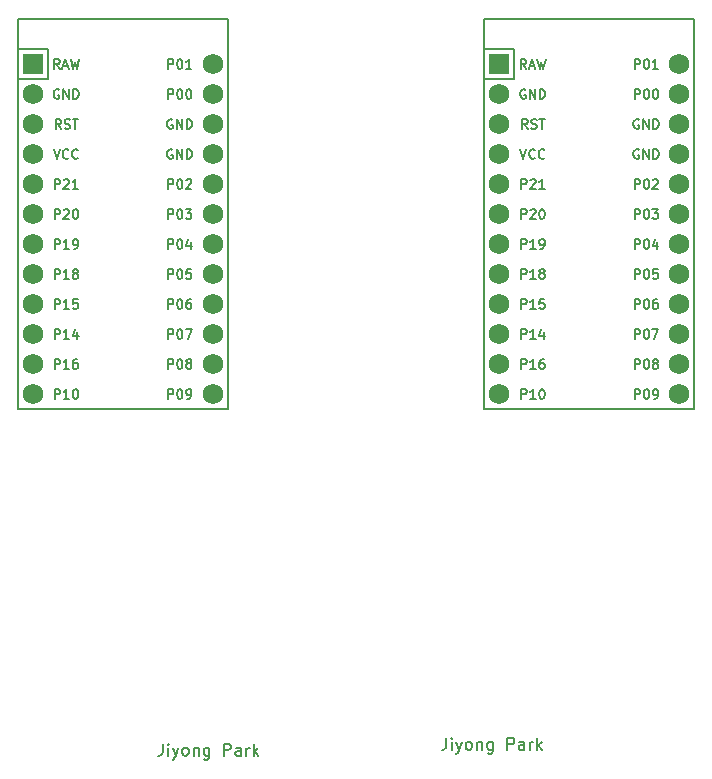
<source format=gbr>
%TF.GenerationSoftware,KiCad,Pcbnew,9.0.2*%
%TF.CreationDate,2025-05-23T00:15:24+09:00*%
%TF.ProjectId,jjongkbd,6a6a6f6e-676b-4626-942e-6b696361645f,0.1*%
%TF.SameCoordinates,Original*%
%TF.FileFunction,Legend,Top*%
%TF.FilePolarity,Positive*%
%FSLAX46Y46*%
G04 Gerber Fmt 4.6, Leading zero omitted, Abs format (unit mm)*
G04 Created by KiCad (PCBNEW 9.0.2) date 2025-05-23 00:15:24*
%MOMM*%
%LPD*%
G01*
G04 APERTURE LIST*
%ADD10C,0.150000*%
%ADD11R,1.752600X1.752600*%
%ADD12C,1.752600*%
G04 APERTURE END LIST*
D10*
X179119047Y-111954819D02*
X179119047Y-112669104D01*
X179119047Y-112669104D02*
X179071428Y-112811961D01*
X179071428Y-112811961D02*
X178976190Y-112907200D01*
X178976190Y-112907200D02*
X178833333Y-112954819D01*
X178833333Y-112954819D02*
X178738095Y-112954819D01*
X179595238Y-112954819D02*
X179595238Y-112288152D01*
X179595238Y-111954819D02*
X179547619Y-112002438D01*
X179547619Y-112002438D02*
X179595238Y-112050057D01*
X179595238Y-112050057D02*
X179642857Y-112002438D01*
X179642857Y-112002438D02*
X179595238Y-111954819D01*
X179595238Y-111954819D02*
X179595238Y-112050057D01*
X179976190Y-112288152D02*
X180214285Y-112954819D01*
X180452380Y-112288152D02*
X180214285Y-112954819D01*
X180214285Y-112954819D02*
X180119047Y-113192914D01*
X180119047Y-113192914D02*
X180071428Y-113240533D01*
X180071428Y-113240533D02*
X179976190Y-113288152D01*
X180976190Y-112954819D02*
X180880952Y-112907200D01*
X180880952Y-112907200D02*
X180833333Y-112859580D01*
X180833333Y-112859580D02*
X180785714Y-112764342D01*
X180785714Y-112764342D02*
X180785714Y-112478628D01*
X180785714Y-112478628D02*
X180833333Y-112383390D01*
X180833333Y-112383390D02*
X180880952Y-112335771D01*
X180880952Y-112335771D02*
X180976190Y-112288152D01*
X180976190Y-112288152D02*
X181119047Y-112288152D01*
X181119047Y-112288152D02*
X181214285Y-112335771D01*
X181214285Y-112335771D02*
X181261904Y-112383390D01*
X181261904Y-112383390D02*
X181309523Y-112478628D01*
X181309523Y-112478628D02*
X181309523Y-112764342D01*
X181309523Y-112764342D02*
X181261904Y-112859580D01*
X181261904Y-112859580D02*
X181214285Y-112907200D01*
X181214285Y-112907200D02*
X181119047Y-112954819D01*
X181119047Y-112954819D02*
X180976190Y-112954819D01*
X181738095Y-112288152D02*
X181738095Y-112954819D01*
X181738095Y-112383390D02*
X181785714Y-112335771D01*
X181785714Y-112335771D02*
X181880952Y-112288152D01*
X181880952Y-112288152D02*
X182023809Y-112288152D01*
X182023809Y-112288152D02*
X182119047Y-112335771D01*
X182119047Y-112335771D02*
X182166666Y-112431009D01*
X182166666Y-112431009D02*
X182166666Y-112954819D01*
X183071428Y-112288152D02*
X183071428Y-113097676D01*
X183071428Y-113097676D02*
X183023809Y-113192914D01*
X183023809Y-113192914D02*
X182976190Y-113240533D01*
X182976190Y-113240533D02*
X182880952Y-113288152D01*
X182880952Y-113288152D02*
X182738095Y-113288152D01*
X182738095Y-113288152D02*
X182642857Y-113240533D01*
X183071428Y-112907200D02*
X182976190Y-112954819D01*
X182976190Y-112954819D02*
X182785714Y-112954819D01*
X182785714Y-112954819D02*
X182690476Y-112907200D01*
X182690476Y-112907200D02*
X182642857Y-112859580D01*
X182642857Y-112859580D02*
X182595238Y-112764342D01*
X182595238Y-112764342D02*
X182595238Y-112478628D01*
X182595238Y-112478628D02*
X182642857Y-112383390D01*
X182642857Y-112383390D02*
X182690476Y-112335771D01*
X182690476Y-112335771D02*
X182785714Y-112288152D01*
X182785714Y-112288152D02*
X182976190Y-112288152D01*
X182976190Y-112288152D02*
X183071428Y-112335771D01*
X184309524Y-112954819D02*
X184309524Y-111954819D01*
X184309524Y-111954819D02*
X184690476Y-111954819D01*
X184690476Y-111954819D02*
X184785714Y-112002438D01*
X184785714Y-112002438D02*
X184833333Y-112050057D01*
X184833333Y-112050057D02*
X184880952Y-112145295D01*
X184880952Y-112145295D02*
X184880952Y-112288152D01*
X184880952Y-112288152D02*
X184833333Y-112383390D01*
X184833333Y-112383390D02*
X184785714Y-112431009D01*
X184785714Y-112431009D02*
X184690476Y-112478628D01*
X184690476Y-112478628D02*
X184309524Y-112478628D01*
X185738095Y-112954819D02*
X185738095Y-112431009D01*
X185738095Y-112431009D02*
X185690476Y-112335771D01*
X185690476Y-112335771D02*
X185595238Y-112288152D01*
X185595238Y-112288152D02*
X185404762Y-112288152D01*
X185404762Y-112288152D02*
X185309524Y-112335771D01*
X185738095Y-112907200D02*
X185642857Y-112954819D01*
X185642857Y-112954819D02*
X185404762Y-112954819D01*
X185404762Y-112954819D02*
X185309524Y-112907200D01*
X185309524Y-112907200D02*
X185261905Y-112811961D01*
X185261905Y-112811961D02*
X185261905Y-112716723D01*
X185261905Y-112716723D02*
X185309524Y-112621485D01*
X185309524Y-112621485D02*
X185404762Y-112573866D01*
X185404762Y-112573866D02*
X185642857Y-112573866D01*
X185642857Y-112573866D02*
X185738095Y-112526247D01*
X186214286Y-112954819D02*
X186214286Y-112288152D01*
X186214286Y-112478628D02*
X186261905Y-112383390D01*
X186261905Y-112383390D02*
X186309524Y-112335771D01*
X186309524Y-112335771D02*
X186404762Y-112288152D01*
X186404762Y-112288152D02*
X186500000Y-112288152D01*
X186833334Y-112954819D02*
X186833334Y-111954819D01*
X186928572Y-112573866D02*
X187214286Y-112954819D01*
X187214286Y-112288152D02*
X186833334Y-112669104D01*
X203119047Y-111454819D02*
X203119047Y-112169104D01*
X203119047Y-112169104D02*
X203071428Y-112311961D01*
X203071428Y-112311961D02*
X202976190Y-112407200D01*
X202976190Y-112407200D02*
X202833333Y-112454819D01*
X202833333Y-112454819D02*
X202738095Y-112454819D01*
X203595238Y-112454819D02*
X203595238Y-111788152D01*
X203595238Y-111454819D02*
X203547619Y-111502438D01*
X203547619Y-111502438D02*
X203595238Y-111550057D01*
X203595238Y-111550057D02*
X203642857Y-111502438D01*
X203642857Y-111502438D02*
X203595238Y-111454819D01*
X203595238Y-111454819D02*
X203595238Y-111550057D01*
X203976190Y-111788152D02*
X204214285Y-112454819D01*
X204452380Y-111788152D02*
X204214285Y-112454819D01*
X204214285Y-112454819D02*
X204119047Y-112692914D01*
X204119047Y-112692914D02*
X204071428Y-112740533D01*
X204071428Y-112740533D02*
X203976190Y-112788152D01*
X204976190Y-112454819D02*
X204880952Y-112407200D01*
X204880952Y-112407200D02*
X204833333Y-112359580D01*
X204833333Y-112359580D02*
X204785714Y-112264342D01*
X204785714Y-112264342D02*
X204785714Y-111978628D01*
X204785714Y-111978628D02*
X204833333Y-111883390D01*
X204833333Y-111883390D02*
X204880952Y-111835771D01*
X204880952Y-111835771D02*
X204976190Y-111788152D01*
X204976190Y-111788152D02*
X205119047Y-111788152D01*
X205119047Y-111788152D02*
X205214285Y-111835771D01*
X205214285Y-111835771D02*
X205261904Y-111883390D01*
X205261904Y-111883390D02*
X205309523Y-111978628D01*
X205309523Y-111978628D02*
X205309523Y-112264342D01*
X205309523Y-112264342D02*
X205261904Y-112359580D01*
X205261904Y-112359580D02*
X205214285Y-112407200D01*
X205214285Y-112407200D02*
X205119047Y-112454819D01*
X205119047Y-112454819D02*
X204976190Y-112454819D01*
X205738095Y-111788152D02*
X205738095Y-112454819D01*
X205738095Y-111883390D02*
X205785714Y-111835771D01*
X205785714Y-111835771D02*
X205880952Y-111788152D01*
X205880952Y-111788152D02*
X206023809Y-111788152D01*
X206023809Y-111788152D02*
X206119047Y-111835771D01*
X206119047Y-111835771D02*
X206166666Y-111931009D01*
X206166666Y-111931009D02*
X206166666Y-112454819D01*
X207071428Y-111788152D02*
X207071428Y-112597676D01*
X207071428Y-112597676D02*
X207023809Y-112692914D01*
X207023809Y-112692914D02*
X206976190Y-112740533D01*
X206976190Y-112740533D02*
X206880952Y-112788152D01*
X206880952Y-112788152D02*
X206738095Y-112788152D01*
X206738095Y-112788152D02*
X206642857Y-112740533D01*
X207071428Y-112407200D02*
X206976190Y-112454819D01*
X206976190Y-112454819D02*
X206785714Y-112454819D01*
X206785714Y-112454819D02*
X206690476Y-112407200D01*
X206690476Y-112407200D02*
X206642857Y-112359580D01*
X206642857Y-112359580D02*
X206595238Y-112264342D01*
X206595238Y-112264342D02*
X206595238Y-111978628D01*
X206595238Y-111978628D02*
X206642857Y-111883390D01*
X206642857Y-111883390D02*
X206690476Y-111835771D01*
X206690476Y-111835771D02*
X206785714Y-111788152D01*
X206785714Y-111788152D02*
X206976190Y-111788152D01*
X206976190Y-111788152D02*
X207071428Y-111835771D01*
X208309524Y-112454819D02*
X208309524Y-111454819D01*
X208309524Y-111454819D02*
X208690476Y-111454819D01*
X208690476Y-111454819D02*
X208785714Y-111502438D01*
X208785714Y-111502438D02*
X208833333Y-111550057D01*
X208833333Y-111550057D02*
X208880952Y-111645295D01*
X208880952Y-111645295D02*
X208880952Y-111788152D01*
X208880952Y-111788152D02*
X208833333Y-111883390D01*
X208833333Y-111883390D02*
X208785714Y-111931009D01*
X208785714Y-111931009D02*
X208690476Y-111978628D01*
X208690476Y-111978628D02*
X208309524Y-111978628D01*
X209738095Y-112454819D02*
X209738095Y-111931009D01*
X209738095Y-111931009D02*
X209690476Y-111835771D01*
X209690476Y-111835771D02*
X209595238Y-111788152D01*
X209595238Y-111788152D02*
X209404762Y-111788152D01*
X209404762Y-111788152D02*
X209309524Y-111835771D01*
X209738095Y-112407200D02*
X209642857Y-112454819D01*
X209642857Y-112454819D02*
X209404762Y-112454819D01*
X209404762Y-112454819D02*
X209309524Y-112407200D01*
X209309524Y-112407200D02*
X209261905Y-112311961D01*
X209261905Y-112311961D02*
X209261905Y-112216723D01*
X209261905Y-112216723D02*
X209309524Y-112121485D01*
X209309524Y-112121485D02*
X209404762Y-112073866D01*
X209404762Y-112073866D02*
X209642857Y-112073866D01*
X209642857Y-112073866D02*
X209738095Y-112026247D01*
X210214286Y-112454819D02*
X210214286Y-111788152D01*
X210214286Y-111978628D02*
X210261905Y-111883390D01*
X210261905Y-111883390D02*
X210309524Y-111835771D01*
X210309524Y-111835771D02*
X210404762Y-111788152D01*
X210404762Y-111788152D02*
X210500000Y-111788152D01*
X210833334Y-112454819D02*
X210833334Y-111454819D01*
X210928572Y-112073866D02*
X211214286Y-112454819D01*
X211214286Y-111788152D02*
X210833334Y-112169104D01*
X170397619Y-54792295D02*
X170130952Y-54411342D01*
X169940476Y-54792295D02*
X169940476Y-53992295D01*
X169940476Y-53992295D02*
X170245238Y-53992295D01*
X170245238Y-53992295D02*
X170321428Y-54030390D01*
X170321428Y-54030390D02*
X170359523Y-54068485D01*
X170359523Y-54068485D02*
X170397619Y-54144676D01*
X170397619Y-54144676D02*
X170397619Y-54258961D01*
X170397619Y-54258961D02*
X170359523Y-54335152D01*
X170359523Y-54335152D02*
X170321428Y-54373247D01*
X170321428Y-54373247D02*
X170245238Y-54411342D01*
X170245238Y-54411342D02*
X169940476Y-54411342D01*
X170702380Y-54563723D02*
X171083333Y-54563723D01*
X170626190Y-54792295D02*
X170892857Y-53992295D01*
X170892857Y-53992295D02*
X171159523Y-54792295D01*
X171349999Y-53992295D02*
X171540475Y-54792295D01*
X171540475Y-54792295D02*
X171692856Y-54220866D01*
X171692856Y-54220866D02*
X171845237Y-54792295D01*
X171845237Y-54792295D02*
X172035714Y-53992295D01*
X170340476Y-56570390D02*
X170264286Y-56532295D01*
X170264286Y-56532295D02*
X170150000Y-56532295D01*
X170150000Y-56532295D02*
X170035714Y-56570390D01*
X170035714Y-56570390D02*
X169959524Y-56646580D01*
X169959524Y-56646580D02*
X169921429Y-56722771D01*
X169921429Y-56722771D02*
X169883333Y-56875152D01*
X169883333Y-56875152D02*
X169883333Y-56989438D01*
X169883333Y-56989438D02*
X169921429Y-57141819D01*
X169921429Y-57141819D02*
X169959524Y-57218009D01*
X169959524Y-57218009D02*
X170035714Y-57294200D01*
X170035714Y-57294200D02*
X170150000Y-57332295D01*
X170150000Y-57332295D02*
X170226191Y-57332295D01*
X170226191Y-57332295D02*
X170340476Y-57294200D01*
X170340476Y-57294200D02*
X170378572Y-57256104D01*
X170378572Y-57256104D02*
X170378572Y-56989438D01*
X170378572Y-56989438D02*
X170226191Y-56989438D01*
X170721429Y-57332295D02*
X170721429Y-56532295D01*
X170721429Y-56532295D02*
X171178572Y-57332295D01*
X171178572Y-57332295D02*
X171178572Y-56532295D01*
X171559524Y-57332295D02*
X171559524Y-56532295D01*
X171559524Y-56532295D02*
X171750000Y-56532295D01*
X171750000Y-56532295D02*
X171864286Y-56570390D01*
X171864286Y-56570390D02*
X171940476Y-56646580D01*
X171940476Y-56646580D02*
X171978571Y-56722771D01*
X171978571Y-56722771D02*
X172016667Y-56875152D01*
X172016667Y-56875152D02*
X172016667Y-56989438D01*
X172016667Y-56989438D02*
X171978571Y-57141819D01*
X171978571Y-57141819D02*
X171940476Y-57218009D01*
X171940476Y-57218009D02*
X171864286Y-57294200D01*
X171864286Y-57294200D02*
X171750000Y-57332295D01*
X171750000Y-57332295D02*
X171559524Y-57332295D01*
X170511905Y-59872295D02*
X170245238Y-59491342D01*
X170054762Y-59872295D02*
X170054762Y-59072295D01*
X170054762Y-59072295D02*
X170359524Y-59072295D01*
X170359524Y-59072295D02*
X170435714Y-59110390D01*
X170435714Y-59110390D02*
X170473809Y-59148485D01*
X170473809Y-59148485D02*
X170511905Y-59224676D01*
X170511905Y-59224676D02*
X170511905Y-59338961D01*
X170511905Y-59338961D02*
X170473809Y-59415152D01*
X170473809Y-59415152D02*
X170435714Y-59453247D01*
X170435714Y-59453247D02*
X170359524Y-59491342D01*
X170359524Y-59491342D02*
X170054762Y-59491342D01*
X170816666Y-59834200D02*
X170930952Y-59872295D01*
X170930952Y-59872295D02*
X171121428Y-59872295D01*
X171121428Y-59872295D02*
X171197619Y-59834200D01*
X171197619Y-59834200D02*
X171235714Y-59796104D01*
X171235714Y-59796104D02*
X171273809Y-59719914D01*
X171273809Y-59719914D02*
X171273809Y-59643723D01*
X171273809Y-59643723D02*
X171235714Y-59567533D01*
X171235714Y-59567533D02*
X171197619Y-59529438D01*
X171197619Y-59529438D02*
X171121428Y-59491342D01*
X171121428Y-59491342D02*
X170969047Y-59453247D01*
X170969047Y-59453247D02*
X170892857Y-59415152D01*
X170892857Y-59415152D02*
X170854762Y-59377057D01*
X170854762Y-59377057D02*
X170816666Y-59300866D01*
X170816666Y-59300866D02*
X170816666Y-59224676D01*
X170816666Y-59224676D02*
X170854762Y-59148485D01*
X170854762Y-59148485D02*
X170892857Y-59110390D01*
X170892857Y-59110390D02*
X170969047Y-59072295D01*
X170969047Y-59072295D02*
X171159524Y-59072295D01*
X171159524Y-59072295D02*
X171273809Y-59110390D01*
X171502381Y-59072295D02*
X171959524Y-59072295D01*
X171730952Y-59872295D02*
X171730952Y-59072295D01*
X169883333Y-61612295D02*
X170150000Y-62412295D01*
X170150000Y-62412295D02*
X170416666Y-61612295D01*
X171140476Y-62336104D02*
X171102380Y-62374200D01*
X171102380Y-62374200D02*
X170988095Y-62412295D01*
X170988095Y-62412295D02*
X170911904Y-62412295D01*
X170911904Y-62412295D02*
X170797618Y-62374200D01*
X170797618Y-62374200D02*
X170721428Y-62298009D01*
X170721428Y-62298009D02*
X170683333Y-62221819D01*
X170683333Y-62221819D02*
X170645237Y-62069438D01*
X170645237Y-62069438D02*
X170645237Y-61955152D01*
X170645237Y-61955152D02*
X170683333Y-61802771D01*
X170683333Y-61802771D02*
X170721428Y-61726580D01*
X170721428Y-61726580D02*
X170797618Y-61650390D01*
X170797618Y-61650390D02*
X170911904Y-61612295D01*
X170911904Y-61612295D02*
X170988095Y-61612295D01*
X170988095Y-61612295D02*
X171102380Y-61650390D01*
X171102380Y-61650390D02*
X171140476Y-61688485D01*
X171940476Y-62336104D02*
X171902380Y-62374200D01*
X171902380Y-62374200D02*
X171788095Y-62412295D01*
X171788095Y-62412295D02*
X171711904Y-62412295D01*
X171711904Y-62412295D02*
X171597618Y-62374200D01*
X171597618Y-62374200D02*
X171521428Y-62298009D01*
X171521428Y-62298009D02*
X171483333Y-62221819D01*
X171483333Y-62221819D02*
X171445237Y-62069438D01*
X171445237Y-62069438D02*
X171445237Y-61955152D01*
X171445237Y-61955152D02*
X171483333Y-61802771D01*
X171483333Y-61802771D02*
X171521428Y-61726580D01*
X171521428Y-61726580D02*
X171597618Y-61650390D01*
X171597618Y-61650390D02*
X171711904Y-61612295D01*
X171711904Y-61612295D02*
X171788095Y-61612295D01*
X171788095Y-61612295D02*
X171902380Y-61650390D01*
X171902380Y-61650390D02*
X171940476Y-61688485D01*
X169978571Y-64952295D02*
X169978571Y-64152295D01*
X169978571Y-64152295D02*
X170283333Y-64152295D01*
X170283333Y-64152295D02*
X170359523Y-64190390D01*
X170359523Y-64190390D02*
X170397618Y-64228485D01*
X170397618Y-64228485D02*
X170435714Y-64304676D01*
X170435714Y-64304676D02*
X170435714Y-64418961D01*
X170435714Y-64418961D02*
X170397618Y-64495152D01*
X170397618Y-64495152D02*
X170359523Y-64533247D01*
X170359523Y-64533247D02*
X170283333Y-64571342D01*
X170283333Y-64571342D02*
X169978571Y-64571342D01*
X170740475Y-64228485D02*
X170778571Y-64190390D01*
X170778571Y-64190390D02*
X170854761Y-64152295D01*
X170854761Y-64152295D02*
X171045237Y-64152295D01*
X171045237Y-64152295D02*
X171121428Y-64190390D01*
X171121428Y-64190390D02*
X171159523Y-64228485D01*
X171159523Y-64228485D02*
X171197618Y-64304676D01*
X171197618Y-64304676D02*
X171197618Y-64380866D01*
X171197618Y-64380866D02*
X171159523Y-64495152D01*
X171159523Y-64495152D02*
X170702380Y-64952295D01*
X170702380Y-64952295D02*
X171197618Y-64952295D01*
X171959523Y-64952295D02*
X171502380Y-64952295D01*
X171730952Y-64952295D02*
X171730952Y-64152295D01*
X171730952Y-64152295D02*
X171654761Y-64266580D01*
X171654761Y-64266580D02*
X171578571Y-64342771D01*
X171578571Y-64342771D02*
X171502380Y-64380866D01*
X169978571Y-67492295D02*
X169978571Y-66692295D01*
X169978571Y-66692295D02*
X170283333Y-66692295D01*
X170283333Y-66692295D02*
X170359523Y-66730390D01*
X170359523Y-66730390D02*
X170397618Y-66768485D01*
X170397618Y-66768485D02*
X170435714Y-66844676D01*
X170435714Y-66844676D02*
X170435714Y-66958961D01*
X170435714Y-66958961D02*
X170397618Y-67035152D01*
X170397618Y-67035152D02*
X170359523Y-67073247D01*
X170359523Y-67073247D02*
X170283333Y-67111342D01*
X170283333Y-67111342D02*
X169978571Y-67111342D01*
X170740475Y-66768485D02*
X170778571Y-66730390D01*
X170778571Y-66730390D02*
X170854761Y-66692295D01*
X170854761Y-66692295D02*
X171045237Y-66692295D01*
X171045237Y-66692295D02*
X171121428Y-66730390D01*
X171121428Y-66730390D02*
X171159523Y-66768485D01*
X171159523Y-66768485D02*
X171197618Y-66844676D01*
X171197618Y-66844676D02*
X171197618Y-66920866D01*
X171197618Y-66920866D02*
X171159523Y-67035152D01*
X171159523Y-67035152D02*
X170702380Y-67492295D01*
X170702380Y-67492295D02*
X171197618Y-67492295D01*
X171692857Y-66692295D02*
X171769047Y-66692295D01*
X171769047Y-66692295D02*
X171845238Y-66730390D01*
X171845238Y-66730390D02*
X171883333Y-66768485D01*
X171883333Y-66768485D02*
X171921428Y-66844676D01*
X171921428Y-66844676D02*
X171959523Y-66997057D01*
X171959523Y-66997057D02*
X171959523Y-67187533D01*
X171959523Y-67187533D02*
X171921428Y-67339914D01*
X171921428Y-67339914D02*
X171883333Y-67416104D01*
X171883333Y-67416104D02*
X171845238Y-67454200D01*
X171845238Y-67454200D02*
X171769047Y-67492295D01*
X171769047Y-67492295D02*
X171692857Y-67492295D01*
X171692857Y-67492295D02*
X171616666Y-67454200D01*
X171616666Y-67454200D02*
X171578571Y-67416104D01*
X171578571Y-67416104D02*
X171540476Y-67339914D01*
X171540476Y-67339914D02*
X171502380Y-67187533D01*
X171502380Y-67187533D02*
X171502380Y-66997057D01*
X171502380Y-66997057D02*
X171540476Y-66844676D01*
X171540476Y-66844676D02*
X171578571Y-66768485D01*
X171578571Y-66768485D02*
X171616666Y-66730390D01*
X171616666Y-66730390D02*
X171692857Y-66692295D01*
X169978571Y-70032295D02*
X169978571Y-69232295D01*
X169978571Y-69232295D02*
X170283333Y-69232295D01*
X170283333Y-69232295D02*
X170359523Y-69270390D01*
X170359523Y-69270390D02*
X170397618Y-69308485D01*
X170397618Y-69308485D02*
X170435714Y-69384676D01*
X170435714Y-69384676D02*
X170435714Y-69498961D01*
X170435714Y-69498961D02*
X170397618Y-69575152D01*
X170397618Y-69575152D02*
X170359523Y-69613247D01*
X170359523Y-69613247D02*
X170283333Y-69651342D01*
X170283333Y-69651342D02*
X169978571Y-69651342D01*
X171197618Y-70032295D02*
X170740475Y-70032295D01*
X170969047Y-70032295D02*
X170969047Y-69232295D01*
X170969047Y-69232295D02*
X170892856Y-69346580D01*
X170892856Y-69346580D02*
X170816666Y-69422771D01*
X170816666Y-69422771D02*
X170740475Y-69460866D01*
X171578571Y-70032295D02*
X171730952Y-70032295D01*
X171730952Y-70032295D02*
X171807142Y-69994200D01*
X171807142Y-69994200D02*
X171845238Y-69956104D01*
X171845238Y-69956104D02*
X171921428Y-69841819D01*
X171921428Y-69841819D02*
X171959523Y-69689438D01*
X171959523Y-69689438D02*
X171959523Y-69384676D01*
X171959523Y-69384676D02*
X171921428Y-69308485D01*
X171921428Y-69308485D02*
X171883333Y-69270390D01*
X171883333Y-69270390D02*
X171807142Y-69232295D01*
X171807142Y-69232295D02*
X171654761Y-69232295D01*
X171654761Y-69232295D02*
X171578571Y-69270390D01*
X171578571Y-69270390D02*
X171540476Y-69308485D01*
X171540476Y-69308485D02*
X171502380Y-69384676D01*
X171502380Y-69384676D02*
X171502380Y-69575152D01*
X171502380Y-69575152D02*
X171540476Y-69651342D01*
X171540476Y-69651342D02*
X171578571Y-69689438D01*
X171578571Y-69689438D02*
X171654761Y-69727533D01*
X171654761Y-69727533D02*
X171807142Y-69727533D01*
X171807142Y-69727533D02*
X171883333Y-69689438D01*
X171883333Y-69689438D02*
X171921428Y-69651342D01*
X171921428Y-69651342D02*
X171959523Y-69575152D01*
X169978571Y-72572295D02*
X169978571Y-71772295D01*
X169978571Y-71772295D02*
X170283333Y-71772295D01*
X170283333Y-71772295D02*
X170359523Y-71810390D01*
X170359523Y-71810390D02*
X170397618Y-71848485D01*
X170397618Y-71848485D02*
X170435714Y-71924676D01*
X170435714Y-71924676D02*
X170435714Y-72038961D01*
X170435714Y-72038961D02*
X170397618Y-72115152D01*
X170397618Y-72115152D02*
X170359523Y-72153247D01*
X170359523Y-72153247D02*
X170283333Y-72191342D01*
X170283333Y-72191342D02*
X169978571Y-72191342D01*
X171197618Y-72572295D02*
X170740475Y-72572295D01*
X170969047Y-72572295D02*
X170969047Y-71772295D01*
X170969047Y-71772295D02*
X170892856Y-71886580D01*
X170892856Y-71886580D02*
X170816666Y-71962771D01*
X170816666Y-71962771D02*
X170740475Y-72000866D01*
X171654761Y-72115152D02*
X171578571Y-72077057D01*
X171578571Y-72077057D02*
X171540476Y-72038961D01*
X171540476Y-72038961D02*
X171502380Y-71962771D01*
X171502380Y-71962771D02*
X171502380Y-71924676D01*
X171502380Y-71924676D02*
X171540476Y-71848485D01*
X171540476Y-71848485D02*
X171578571Y-71810390D01*
X171578571Y-71810390D02*
X171654761Y-71772295D01*
X171654761Y-71772295D02*
X171807142Y-71772295D01*
X171807142Y-71772295D02*
X171883333Y-71810390D01*
X171883333Y-71810390D02*
X171921428Y-71848485D01*
X171921428Y-71848485D02*
X171959523Y-71924676D01*
X171959523Y-71924676D02*
X171959523Y-71962771D01*
X171959523Y-71962771D02*
X171921428Y-72038961D01*
X171921428Y-72038961D02*
X171883333Y-72077057D01*
X171883333Y-72077057D02*
X171807142Y-72115152D01*
X171807142Y-72115152D02*
X171654761Y-72115152D01*
X171654761Y-72115152D02*
X171578571Y-72153247D01*
X171578571Y-72153247D02*
X171540476Y-72191342D01*
X171540476Y-72191342D02*
X171502380Y-72267533D01*
X171502380Y-72267533D02*
X171502380Y-72419914D01*
X171502380Y-72419914D02*
X171540476Y-72496104D01*
X171540476Y-72496104D02*
X171578571Y-72534200D01*
X171578571Y-72534200D02*
X171654761Y-72572295D01*
X171654761Y-72572295D02*
X171807142Y-72572295D01*
X171807142Y-72572295D02*
X171883333Y-72534200D01*
X171883333Y-72534200D02*
X171921428Y-72496104D01*
X171921428Y-72496104D02*
X171959523Y-72419914D01*
X171959523Y-72419914D02*
X171959523Y-72267533D01*
X171959523Y-72267533D02*
X171921428Y-72191342D01*
X171921428Y-72191342D02*
X171883333Y-72153247D01*
X171883333Y-72153247D02*
X171807142Y-72115152D01*
X169978571Y-75112295D02*
X169978571Y-74312295D01*
X169978571Y-74312295D02*
X170283333Y-74312295D01*
X170283333Y-74312295D02*
X170359523Y-74350390D01*
X170359523Y-74350390D02*
X170397618Y-74388485D01*
X170397618Y-74388485D02*
X170435714Y-74464676D01*
X170435714Y-74464676D02*
X170435714Y-74578961D01*
X170435714Y-74578961D02*
X170397618Y-74655152D01*
X170397618Y-74655152D02*
X170359523Y-74693247D01*
X170359523Y-74693247D02*
X170283333Y-74731342D01*
X170283333Y-74731342D02*
X169978571Y-74731342D01*
X171197618Y-75112295D02*
X170740475Y-75112295D01*
X170969047Y-75112295D02*
X170969047Y-74312295D01*
X170969047Y-74312295D02*
X170892856Y-74426580D01*
X170892856Y-74426580D02*
X170816666Y-74502771D01*
X170816666Y-74502771D02*
X170740475Y-74540866D01*
X171921428Y-74312295D02*
X171540476Y-74312295D01*
X171540476Y-74312295D02*
X171502380Y-74693247D01*
X171502380Y-74693247D02*
X171540476Y-74655152D01*
X171540476Y-74655152D02*
X171616666Y-74617057D01*
X171616666Y-74617057D02*
X171807142Y-74617057D01*
X171807142Y-74617057D02*
X171883333Y-74655152D01*
X171883333Y-74655152D02*
X171921428Y-74693247D01*
X171921428Y-74693247D02*
X171959523Y-74769438D01*
X171959523Y-74769438D02*
X171959523Y-74959914D01*
X171959523Y-74959914D02*
X171921428Y-75036104D01*
X171921428Y-75036104D02*
X171883333Y-75074200D01*
X171883333Y-75074200D02*
X171807142Y-75112295D01*
X171807142Y-75112295D02*
X171616666Y-75112295D01*
X171616666Y-75112295D02*
X171540476Y-75074200D01*
X171540476Y-75074200D02*
X171502380Y-75036104D01*
X169978571Y-77652295D02*
X169978571Y-76852295D01*
X169978571Y-76852295D02*
X170283333Y-76852295D01*
X170283333Y-76852295D02*
X170359523Y-76890390D01*
X170359523Y-76890390D02*
X170397618Y-76928485D01*
X170397618Y-76928485D02*
X170435714Y-77004676D01*
X170435714Y-77004676D02*
X170435714Y-77118961D01*
X170435714Y-77118961D02*
X170397618Y-77195152D01*
X170397618Y-77195152D02*
X170359523Y-77233247D01*
X170359523Y-77233247D02*
X170283333Y-77271342D01*
X170283333Y-77271342D02*
X169978571Y-77271342D01*
X171197618Y-77652295D02*
X170740475Y-77652295D01*
X170969047Y-77652295D02*
X170969047Y-76852295D01*
X170969047Y-76852295D02*
X170892856Y-76966580D01*
X170892856Y-76966580D02*
X170816666Y-77042771D01*
X170816666Y-77042771D02*
X170740475Y-77080866D01*
X171883333Y-77118961D02*
X171883333Y-77652295D01*
X171692857Y-76814200D02*
X171502380Y-77385628D01*
X171502380Y-77385628D02*
X171997619Y-77385628D01*
X169978571Y-80192295D02*
X169978571Y-79392295D01*
X169978571Y-79392295D02*
X170283333Y-79392295D01*
X170283333Y-79392295D02*
X170359523Y-79430390D01*
X170359523Y-79430390D02*
X170397618Y-79468485D01*
X170397618Y-79468485D02*
X170435714Y-79544676D01*
X170435714Y-79544676D02*
X170435714Y-79658961D01*
X170435714Y-79658961D02*
X170397618Y-79735152D01*
X170397618Y-79735152D02*
X170359523Y-79773247D01*
X170359523Y-79773247D02*
X170283333Y-79811342D01*
X170283333Y-79811342D02*
X169978571Y-79811342D01*
X171197618Y-80192295D02*
X170740475Y-80192295D01*
X170969047Y-80192295D02*
X170969047Y-79392295D01*
X170969047Y-79392295D02*
X170892856Y-79506580D01*
X170892856Y-79506580D02*
X170816666Y-79582771D01*
X170816666Y-79582771D02*
X170740475Y-79620866D01*
X171883333Y-79392295D02*
X171730952Y-79392295D01*
X171730952Y-79392295D02*
X171654761Y-79430390D01*
X171654761Y-79430390D02*
X171616666Y-79468485D01*
X171616666Y-79468485D02*
X171540476Y-79582771D01*
X171540476Y-79582771D02*
X171502380Y-79735152D01*
X171502380Y-79735152D02*
X171502380Y-80039914D01*
X171502380Y-80039914D02*
X171540476Y-80116104D01*
X171540476Y-80116104D02*
X171578571Y-80154200D01*
X171578571Y-80154200D02*
X171654761Y-80192295D01*
X171654761Y-80192295D02*
X171807142Y-80192295D01*
X171807142Y-80192295D02*
X171883333Y-80154200D01*
X171883333Y-80154200D02*
X171921428Y-80116104D01*
X171921428Y-80116104D02*
X171959523Y-80039914D01*
X171959523Y-80039914D02*
X171959523Y-79849438D01*
X171959523Y-79849438D02*
X171921428Y-79773247D01*
X171921428Y-79773247D02*
X171883333Y-79735152D01*
X171883333Y-79735152D02*
X171807142Y-79697057D01*
X171807142Y-79697057D02*
X171654761Y-79697057D01*
X171654761Y-79697057D02*
X171578571Y-79735152D01*
X171578571Y-79735152D02*
X171540476Y-79773247D01*
X171540476Y-79773247D02*
X171502380Y-79849438D01*
X169978571Y-82732295D02*
X169978571Y-81932295D01*
X169978571Y-81932295D02*
X170283333Y-81932295D01*
X170283333Y-81932295D02*
X170359523Y-81970390D01*
X170359523Y-81970390D02*
X170397618Y-82008485D01*
X170397618Y-82008485D02*
X170435714Y-82084676D01*
X170435714Y-82084676D02*
X170435714Y-82198961D01*
X170435714Y-82198961D02*
X170397618Y-82275152D01*
X170397618Y-82275152D02*
X170359523Y-82313247D01*
X170359523Y-82313247D02*
X170283333Y-82351342D01*
X170283333Y-82351342D02*
X169978571Y-82351342D01*
X171197618Y-82732295D02*
X170740475Y-82732295D01*
X170969047Y-82732295D02*
X170969047Y-81932295D01*
X170969047Y-81932295D02*
X170892856Y-82046580D01*
X170892856Y-82046580D02*
X170816666Y-82122771D01*
X170816666Y-82122771D02*
X170740475Y-82160866D01*
X171692857Y-81932295D02*
X171769047Y-81932295D01*
X171769047Y-81932295D02*
X171845238Y-81970390D01*
X171845238Y-81970390D02*
X171883333Y-82008485D01*
X171883333Y-82008485D02*
X171921428Y-82084676D01*
X171921428Y-82084676D02*
X171959523Y-82237057D01*
X171959523Y-82237057D02*
X171959523Y-82427533D01*
X171959523Y-82427533D02*
X171921428Y-82579914D01*
X171921428Y-82579914D02*
X171883333Y-82656104D01*
X171883333Y-82656104D02*
X171845238Y-82694200D01*
X171845238Y-82694200D02*
X171769047Y-82732295D01*
X171769047Y-82732295D02*
X171692857Y-82732295D01*
X171692857Y-82732295D02*
X171616666Y-82694200D01*
X171616666Y-82694200D02*
X171578571Y-82656104D01*
X171578571Y-82656104D02*
X171540476Y-82579914D01*
X171540476Y-82579914D02*
X171502380Y-82427533D01*
X171502380Y-82427533D02*
X171502380Y-82237057D01*
X171502380Y-82237057D02*
X171540476Y-82084676D01*
X171540476Y-82084676D02*
X171578571Y-82008485D01*
X171578571Y-82008485D02*
X171616666Y-81970390D01*
X171616666Y-81970390D02*
X171692857Y-81932295D01*
X179578571Y-54792295D02*
X179578571Y-53992295D01*
X179578571Y-53992295D02*
X179883333Y-53992295D01*
X179883333Y-53992295D02*
X179959523Y-54030390D01*
X179959523Y-54030390D02*
X179997618Y-54068485D01*
X179997618Y-54068485D02*
X180035714Y-54144676D01*
X180035714Y-54144676D02*
X180035714Y-54258961D01*
X180035714Y-54258961D02*
X179997618Y-54335152D01*
X179997618Y-54335152D02*
X179959523Y-54373247D01*
X179959523Y-54373247D02*
X179883333Y-54411342D01*
X179883333Y-54411342D02*
X179578571Y-54411342D01*
X180530952Y-53992295D02*
X180607142Y-53992295D01*
X180607142Y-53992295D02*
X180683333Y-54030390D01*
X180683333Y-54030390D02*
X180721428Y-54068485D01*
X180721428Y-54068485D02*
X180759523Y-54144676D01*
X180759523Y-54144676D02*
X180797618Y-54297057D01*
X180797618Y-54297057D02*
X180797618Y-54487533D01*
X180797618Y-54487533D02*
X180759523Y-54639914D01*
X180759523Y-54639914D02*
X180721428Y-54716104D01*
X180721428Y-54716104D02*
X180683333Y-54754200D01*
X180683333Y-54754200D02*
X180607142Y-54792295D01*
X180607142Y-54792295D02*
X180530952Y-54792295D01*
X180530952Y-54792295D02*
X180454761Y-54754200D01*
X180454761Y-54754200D02*
X180416666Y-54716104D01*
X180416666Y-54716104D02*
X180378571Y-54639914D01*
X180378571Y-54639914D02*
X180340475Y-54487533D01*
X180340475Y-54487533D02*
X180340475Y-54297057D01*
X180340475Y-54297057D02*
X180378571Y-54144676D01*
X180378571Y-54144676D02*
X180416666Y-54068485D01*
X180416666Y-54068485D02*
X180454761Y-54030390D01*
X180454761Y-54030390D02*
X180530952Y-53992295D01*
X181559523Y-54792295D02*
X181102380Y-54792295D01*
X181330952Y-54792295D02*
X181330952Y-53992295D01*
X181330952Y-53992295D02*
X181254761Y-54106580D01*
X181254761Y-54106580D02*
X181178571Y-54182771D01*
X181178571Y-54182771D02*
X181102380Y-54220866D01*
X179578571Y-57332295D02*
X179578571Y-56532295D01*
X179578571Y-56532295D02*
X179883333Y-56532295D01*
X179883333Y-56532295D02*
X179959523Y-56570390D01*
X179959523Y-56570390D02*
X179997618Y-56608485D01*
X179997618Y-56608485D02*
X180035714Y-56684676D01*
X180035714Y-56684676D02*
X180035714Y-56798961D01*
X180035714Y-56798961D02*
X179997618Y-56875152D01*
X179997618Y-56875152D02*
X179959523Y-56913247D01*
X179959523Y-56913247D02*
X179883333Y-56951342D01*
X179883333Y-56951342D02*
X179578571Y-56951342D01*
X180530952Y-56532295D02*
X180607142Y-56532295D01*
X180607142Y-56532295D02*
X180683333Y-56570390D01*
X180683333Y-56570390D02*
X180721428Y-56608485D01*
X180721428Y-56608485D02*
X180759523Y-56684676D01*
X180759523Y-56684676D02*
X180797618Y-56837057D01*
X180797618Y-56837057D02*
X180797618Y-57027533D01*
X180797618Y-57027533D02*
X180759523Y-57179914D01*
X180759523Y-57179914D02*
X180721428Y-57256104D01*
X180721428Y-57256104D02*
X180683333Y-57294200D01*
X180683333Y-57294200D02*
X180607142Y-57332295D01*
X180607142Y-57332295D02*
X180530952Y-57332295D01*
X180530952Y-57332295D02*
X180454761Y-57294200D01*
X180454761Y-57294200D02*
X180416666Y-57256104D01*
X180416666Y-57256104D02*
X180378571Y-57179914D01*
X180378571Y-57179914D02*
X180340475Y-57027533D01*
X180340475Y-57027533D02*
X180340475Y-56837057D01*
X180340475Y-56837057D02*
X180378571Y-56684676D01*
X180378571Y-56684676D02*
X180416666Y-56608485D01*
X180416666Y-56608485D02*
X180454761Y-56570390D01*
X180454761Y-56570390D02*
X180530952Y-56532295D01*
X181292857Y-56532295D02*
X181369047Y-56532295D01*
X181369047Y-56532295D02*
X181445238Y-56570390D01*
X181445238Y-56570390D02*
X181483333Y-56608485D01*
X181483333Y-56608485D02*
X181521428Y-56684676D01*
X181521428Y-56684676D02*
X181559523Y-56837057D01*
X181559523Y-56837057D02*
X181559523Y-57027533D01*
X181559523Y-57027533D02*
X181521428Y-57179914D01*
X181521428Y-57179914D02*
X181483333Y-57256104D01*
X181483333Y-57256104D02*
X181445238Y-57294200D01*
X181445238Y-57294200D02*
X181369047Y-57332295D01*
X181369047Y-57332295D02*
X181292857Y-57332295D01*
X181292857Y-57332295D02*
X181216666Y-57294200D01*
X181216666Y-57294200D02*
X181178571Y-57256104D01*
X181178571Y-57256104D02*
X181140476Y-57179914D01*
X181140476Y-57179914D02*
X181102380Y-57027533D01*
X181102380Y-57027533D02*
X181102380Y-56837057D01*
X181102380Y-56837057D02*
X181140476Y-56684676D01*
X181140476Y-56684676D02*
X181178571Y-56608485D01*
X181178571Y-56608485D02*
X181216666Y-56570390D01*
X181216666Y-56570390D02*
X181292857Y-56532295D01*
X179940476Y-59110390D02*
X179864286Y-59072295D01*
X179864286Y-59072295D02*
X179750000Y-59072295D01*
X179750000Y-59072295D02*
X179635714Y-59110390D01*
X179635714Y-59110390D02*
X179559524Y-59186580D01*
X179559524Y-59186580D02*
X179521429Y-59262771D01*
X179521429Y-59262771D02*
X179483333Y-59415152D01*
X179483333Y-59415152D02*
X179483333Y-59529438D01*
X179483333Y-59529438D02*
X179521429Y-59681819D01*
X179521429Y-59681819D02*
X179559524Y-59758009D01*
X179559524Y-59758009D02*
X179635714Y-59834200D01*
X179635714Y-59834200D02*
X179750000Y-59872295D01*
X179750000Y-59872295D02*
X179826191Y-59872295D01*
X179826191Y-59872295D02*
X179940476Y-59834200D01*
X179940476Y-59834200D02*
X179978572Y-59796104D01*
X179978572Y-59796104D02*
X179978572Y-59529438D01*
X179978572Y-59529438D02*
X179826191Y-59529438D01*
X180321429Y-59872295D02*
X180321429Y-59072295D01*
X180321429Y-59072295D02*
X180778572Y-59872295D01*
X180778572Y-59872295D02*
X180778572Y-59072295D01*
X181159524Y-59872295D02*
X181159524Y-59072295D01*
X181159524Y-59072295D02*
X181350000Y-59072295D01*
X181350000Y-59072295D02*
X181464286Y-59110390D01*
X181464286Y-59110390D02*
X181540476Y-59186580D01*
X181540476Y-59186580D02*
X181578571Y-59262771D01*
X181578571Y-59262771D02*
X181616667Y-59415152D01*
X181616667Y-59415152D02*
X181616667Y-59529438D01*
X181616667Y-59529438D02*
X181578571Y-59681819D01*
X181578571Y-59681819D02*
X181540476Y-59758009D01*
X181540476Y-59758009D02*
X181464286Y-59834200D01*
X181464286Y-59834200D02*
X181350000Y-59872295D01*
X181350000Y-59872295D02*
X181159524Y-59872295D01*
X179940476Y-61650390D02*
X179864286Y-61612295D01*
X179864286Y-61612295D02*
X179750000Y-61612295D01*
X179750000Y-61612295D02*
X179635714Y-61650390D01*
X179635714Y-61650390D02*
X179559524Y-61726580D01*
X179559524Y-61726580D02*
X179521429Y-61802771D01*
X179521429Y-61802771D02*
X179483333Y-61955152D01*
X179483333Y-61955152D02*
X179483333Y-62069438D01*
X179483333Y-62069438D02*
X179521429Y-62221819D01*
X179521429Y-62221819D02*
X179559524Y-62298009D01*
X179559524Y-62298009D02*
X179635714Y-62374200D01*
X179635714Y-62374200D02*
X179750000Y-62412295D01*
X179750000Y-62412295D02*
X179826191Y-62412295D01*
X179826191Y-62412295D02*
X179940476Y-62374200D01*
X179940476Y-62374200D02*
X179978572Y-62336104D01*
X179978572Y-62336104D02*
X179978572Y-62069438D01*
X179978572Y-62069438D02*
X179826191Y-62069438D01*
X180321429Y-62412295D02*
X180321429Y-61612295D01*
X180321429Y-61612295D02*
X180778572Y-62412295D01*
X180778572Y-62412295D02*
X180778572Y-61612295D01*
X181159524Y-62412295D02*
X181159524Y-61612295D01*
X181159524Y-61612295D02*
X181350000Y-61612295D01*
X181350000Y-61612295D02*
X181464286Y-61650390D01*
X181464286Y-61650390D02*
X181540476Y-61726580D01*
X181540476Y-61726580D02*
X181578571Y-61802771D01*
X181578571Y-61802771D02*
X181616667Y-61955152D01*
X181616667Y-61955152D02*
X181616667Y-62069438D01*
X181616667Y-62069438D02*
X181578571Y-62221819D01*
X181578571Y-62221819D02*
X181540476Y-62298009D01*
X181540476Y-62298009D02*
X181464286Y-62374200D01*
X181464286Y-62374200D02*
X181350000Y-62412295D01*
X181350000Y-62412295D02*
X181159524Y-62412295D01*
X179578571Y-64952295D02*
X179578571Y-64152295D01*
X179578571Y-64152295D02*
X179883333Y-64152295D01*
X179883333Y-64152295D02*
X179959523Y-64190390D01*
X179959523Y-64190390D02*
X179997618Y-64228485D01*
X179997618Y-64228485D02*
X180035714Y-64304676D01*
X180035714Y-64304676D02*
X180035714Y-64418961D01*
X180035714Y-64418961D02*
X179997618Y-64495152D01*
X179997618Y-64495152D02*
X179959523Y-64533247D01*
X179959523Y-64533247D02*
X179883333Y-64571342D01*
X179883333Y-64571342D02*
X179578571Y-64571342D01*
X180530952Y-64152295D02*
X180607142Y-64152295D01*
X180607142Y-64152295D02*
X180683333Y-64190390D01*
X180683333Y-64190390D02*
X180721428Y-64228485D01*
X180721428Y-64228485D02*
X180759523Y-64304676D01*
X180759523Y-64304676D02*
X180797618Y-64457057D01*
X180797618Y-64457057D02*
X180797618Y-64647533D01*
X180797618Y-64647533D02*
X180759523Y-64799914D01*
X180759523Y-64799914D02*
X180721428Y-64876104D01*
X180721428Y-64876104D02*
X180683333Y-64914200D01*
X180683333Y-64914200D02*
X180607142Y-64952295D01*
X180607142Y-64952295D02*
X180530952Y-64952295D01*
X180530952Y-64952295D02*
X180454761Y-64914200D01*
X180454761Y-64914200D02*
X180416666Y-64876104D01*
X180416666Y-64876104D02*
X180378571Y-64799914D01*
X180378571Y-64799914D02*
X180340475Y-64647533D01*
X180340475Y-64647533D02*
X180340475Y-64457057D01*
X180340475Y-64457057D02*
X180378571Y-64304676D01*
X180378571Y-64304676D02*
X180416666Y-64228485D01*
X180416666Y-64228485D02*
X180454761Y-64190390D01*
X180454761Y-64190390D02*
X180530952Y-64152295D01*
X181102380Y-64228485D02*
X181140476Y-64190390D01*
X181140476Y-64190390D02*
X181216666Y-64152295D01*
X181216666Y-64152295D02*
X181407142Y-64152295D01*
X181407142Y-64152295D02*
X181483333Y-64190390D01*
X181483333Y-64190390D02*
X181521428Y-64228485D01*
X181521428Y-64228485D02*
X181559523Y-64304676D01*
X181559523Y-64304676D02*
X181559523Y-64380866D01*
X181559523Y-64380866D02*
X181521428Y-64495152D01*
X181521428Y-64495152D02*
X181064285Y-64952295D01*
X181064285Y-64952295D02*
X181559523Y-64952295D01*
X179578571Y-67492295D02*
X179578571Y-66692295D01*
X179578571Y-66692295D02*
X179883333Y-66692295D01*
X179883333Y-66692295D02*
X179959523Y-66730390D01*
X179959523Y-66730390D02*
X179997618Y-66768485D01*
X179997618Y-66768485D02*
X180035714Y-66844676D01*
X180035714Y-66844676D02*
X180035714Y-66958961D01*
X180035714Y-66958961D02*
X179997618Y-67035152D01*
X179997618Y-67035152D02*
X179959523Y-67073247D01*
X179959523Y-67073247D02*
X179883333Y-67111342D01*
X179883333Y-67111342D02*
X179578571Y-67111342D01*
X180530952Y-66692295D02*
X180607142Y-66692295D01*
X180607142Y-66692295D02*
X180683333Y-66730390D01*
X180683333Y-66730390D02*
X180721428Y-66768485D01*
X180721428Y-66768485D02*
X180759523Y-66844676D01*
X180759523Y-66844676D02*
X180797618Y-66997057D01*
X180797618Y-66997057D02*
X180797618Y-67187533D01*
X180797618Y-67187533D02*
X180759523Y-67339914D01*
X180759523Y-67339914D02*
X180721428Y-67416104D01*
X180721428Y-67416104D02*
X180683333Y-67454200D01*
X180683333Y-67454200D02*
X180607142Y-67492295D01*
X180607142Y-67492295D02*
X180530952Y-67492295D01*
X180530952Y-67492295D02*
X180454761Y-67454200D01*
X180454761Y-67454200D02*
X180416666Y-67416104D01*
X180416666Y-67416104D02*
X180378571Y-67339914D01*
X180378571Y-67339914D02*
X180340475Y-67187533D01*
X180340475Y-67187533D02*
X180340475Y-66997057D01*
X180340475Y-66997057D02*
X180378571Y-66844676D01*
X180378571Y-66844676D02*
X180416666Y-66768485D01*
X180416666Y-66768485D02*
X180454761Y-66730390D01*
X180454761Y-66730390D02*
X180530952Y-66692295D01*
X181064285Y-66692295D02*
X181559523Y-66692295D01*
X181559523Y-66692295D02*
X181292857Y-66997057D01*
X181292857Y-66997057D02*
X181407142Y-66997057D01*
X181407142Y-66997057D02*
X181483333Y-67035152D01*
X181483333Y-67035152D02*
X181521428Y-67073247D01*
X181521428Y-67073247D02*
X181559523Y-67149438D01*
X181559523Y-67149438D02*
X181559523Y-67339914D01*
X181559523Y-67339914D02*
X181521428Y-67416104D01*
X181521428Y-67416104D02*
X181483333Y-67454200D01*
X181483333Y-67454200D02*
X181407142Y-67492295D01*
X181407142Y-67492295D02*
X181178571Y-67492295D01*
X181178571Y-67492295D02*
X181102380Y-67454200D01*
X181102380Y-67454200D02*
X181064285Y-67416104D01*
X179578571Y-70032295D02*
X179578571Y-69232295D01*
X179578571Y-69232295D02*
X179883333Y-69232295D01*
X179883333Y-69232295D02*
X179959523Y-69270390D01*
X179959523Y-69270390D02*
X179997618Y-69308485D01*
X179997618Y-69308485D02*
X180035714Y-69384676D01*
X180035714Y-69384676D02*
X180035714Y-69498961D01*
X180035714Y-69498961D02*
X179997618Y-69575152D01*
X179997618Y-69575152D02*
X179959523Y-69613247D01*
X179959523Y-69613247D02*
X179883333Y-69651342D01*
X179883333Y-69651342D02*
X179578571Y-69651342D01*
X180530952Y-69232295D02*
X180607142Y-69232295D01*
X180607142Y-69232295D02*
X180683333Y-69270390D01*
X180683333Y-69270390D02*
X180721428Y-69308485D01*
X180721428Y-69308485D02*
X180759523Y-69384676D01*
X180759523Y-69384676D02*
X180797618Y-69537057D01*
X180797618Y-69537057D02*
X180797618Y-69727533D01*
X180797618Y-69727533D02*
X180759523Y-69879914D01*
X180759523Y-69879914D02*
X180721428Y-69956104D01*
X180721428Y-69956104D02*
X180683333Y-69994200D01*
X180683333Y-69994200D02*
X180607142Y-70032295D01*
X180607142Y-70032295D02*
X180530952Y-70032295D01*
X180530952Y-70032295D02*
X180454761Y-69994200D01*
X180454761Y-69994200D02*
X180416666Y-69956104D01*
X180416666Y-69956104D02*
X180378571Y-69879914D01*
X180378571Y-69879914D02*
X180340475Y-69727533D01*
X180340475Y-69727533D02*
X180340475Y-69537057D01*
X180340475Y-69537057D02*
X180378571Y-69384676D01*
X180378571Y-69384676D02*
X180416666Y-69308485D01*
X180416666Y-69308485D02*
X180454761Y-69270390D01*
X180454761Y-69270390D02*
X180530952Y-69232295D01*
X181483333Y-69498961D02*
X181483333Y-70032295D01*
X181292857Y-69194200D02*
X181102380Y-69765628D01*
X181102380Y-69765628D02*
X181597619Y-69765628D01*
X179578571Y-72572295D02*
X179578571Y-71772295D01*
X179578571Y-71772295D02*
X179883333Y-71772295D01*
X179883333Y-71772295D02*
X179959523Y-71810390D01*
X179959523Y-71810390D02*
X179997618Y-71848485D01*
X179997618Y-71848485D02*
X180035714Y-71924676D01*
X180035714Y-71924676D02*
X180035714Y-72038961D01*
X180035714Y-72038961D02*
X179997618Y-72115152D01*
X179997618Y-72115152D02*
X179959523Y-72153247D01*
X179959523Y-72153247D02*
X179883333Y-72191342D01*
X179883333Y-72191342D02*
X179578571Y-72191342D01*
X180530952Y-71772295D02*
X180607142Y-71772295D01*
X180607142Y-71772295D02*
X180683333Y-71810390D01*
X180683333Y-71810390D02*
X180721428Y-71848485D01*
X180721428Y-71848485D02*
X180759523Y-71924676D01*
X180759523Y-71924676D02*
X180797618Y-72077057D01*
X180797618Y-72077057D02*
X180797618Y-72267533D01*
X180797618Y-72267533D02*
X180759523Y-72419914D01*
X180759523Y-72419914D02*
X180721428Y-72496104D01*
X180721428Y-72496104D02*
X180683333Y-72534200D01*
X180683333Y-72534200D02*
X180607142Y-72572295D01*
X180607142Y-72572295D02*
X180530952Y-72572295D01*
X180530952Y-72572295D02*
X180454761Y-72534200D01*
X180454761Y-72534200D02*
X180416666Y-72496104D01*
X180416666Y-72496104D02*
X180378571Y-72419914D01*
X180378571Y-72419914D02*
X180340475Y-72267533D01*
X180340475Y-72267533D02*
X180340475Y-72077057D01*
X180340475Y-72077057D02*
X180378571Y-71924676D01*
X180378571Y-71924676D02*
X180416666Y-71848485D01*
X180416666Y-71848485D02*
X180454761Y-71810390D01*
X180454761Y-71810390D02*
X180530952Y-71772295D01*
X181521428Y-71772295D02*
X181140476Y-71772295D01*
X181140476Y-71772295D02*
X181102380Y-72153247D01*
X181102380Y-72153247D02*
X181140476Y-72115152D01*
X181140476Y-72115152D02*
X181216666Y-72077057D01*
X181216666Y-72077057D02*
X181407142Y-72077057D01*
X181407142Y-72077057D02*
X181483333Y-72115152D01*
X181483333Y-72115152D02*
X181521428Y-72153247D01*
X181521428Y-72153247D02*
X181559523Y-72229438D01*
X181559523Y-72229438D02*
X181559523Y-72419914D01*
X181559523Y-72419914D02*
X181521428Y-72496104D01*
X181521428Y-72496104D02*
X181483333Y-72534200D01*
X181483333Y-72534200D02*
X181407142Y-72572295D01*
X181407142Y-72572295D02*
X181216666Y-72572295D01*
X181216666Y-72572295D02*
X181140476Y-72534200D01*
X181140476Y-72534200D02*
X181102380Y-72496104D01*
X179578571Y-75112295D02*
X179578571Y-74312295D01*
X179578571Y-74312295D02*
X179883333Y-74312295D01*
X179883333Y-74312295D02*
X179959523Y-74350390D01*
X179959523Y-74350390D02*
X179997618Y-74388485D01*
X179997618Y-74388485D02*
X180035714Y-74464676D01*
X180035714Y-74464676D02*
X180035714Y-74578961D01*
X180035714Y-74578961D02*
X179997618Y-74655152D01*
X179997618Y-74655152D02*
X179959523Y-74693247D01*
X179959523Y-74693247D02*
X179883333Y-74731342D01*
X179883333Y-74731342D02*
X179578571Y-74731342D01*
X180530952Y-74312295D02*
X180607142Y-74312295D01*
X180607142Y-74312295D02*
X180683333Y-74350390D01*
X180683333Y-74350390D02*
X180721428Y-74388485D01*
X180721428Y-74388485D02*
X180759523Y-74464676D01*
X180759523Y-74464676D02*
X180797618Y-74617057D01*
X180797618Y-74617057D02*
X180797618Y-74807533D01*
X180797618Y-74807533D02*
X180759523Y-74959914D01*
X180759523Y-74959914D02*
X180721428Y-75036104D01*
X180721428Y-75036104D02*
X180683333Y-75074200D01*
X180683333Y-75074200D02*
X180607142Y-75112295D01*
X180607142Y-75112295D02*
X180530952Y-75112295D01*
X180530952Y-75112295D02*
X180454761Y-75074200D01*
X180454761Y-75074200D02*
X180416666Y-75036104D01*
X180416666Y-75036104D02*
X180378571Y-74959914D01*
X180378571Y-74959914D02*
X180340475Y-74807533D01*
X180340475Y-74807533D02*
X180340475Y-74617057D01*
X180340475Y-74617057D02*
X180378571Y-74464676D01*
X180378571Y-74464676D02*
X180416666Y-74388485D01*
X180416666Y-74388485D02*
X180454761Y-74350390D01*
X180454761Y-74350390D02*
X180530952Y-74312295D01*
X181483333Y-74312295D02*
X181330952Y-74312295D01*
X181330952Y-74312295D02*
X181254761Y-74350390D01*
X181254761Y-74350390D02*
X181216666Y-74388485D01*
X181216666Y-74388485D02*
X181140476Y-74502771D01*
X181140476Y-74502771D02*
X181102380Y-74655152D01*
X181102380Y-74655152D02*
X181102380Y-74959914D01*
X181102380Y-74959914D02*
X181140476Y-75036104D01*
X181140476Y-75036104D02*
X181178571Y-75074200D01*
X181178571Y-75074200D02*
X181254761Y-75112295D01*
X181254761Y-75112295D02*
X181407142Y-75112295D01*
X181407142Y-75112295D02*
X181483333Y-75074200D01*
X181483333Y-75074200D02*
X181521428Y-75036104D01*
X181521428Y-75036104D02*
X181559523Y-74959914D01*
X181559523Y-74959914D02*
X181559523Y-74769438D01*
X181559523Y-74769438D02*
X181521428Y-74693247D01*
X181521428Y-74693247D02*
X181483333Y-74655152D01*
X181483333Y-74655152D02*
X181407142Y-74617057D01*
X181407142Y-74617057D02*
X181254761Y-74617057D01*
X181254761Y-74617057D02*
X181178571Y-74655152D01*
X181178571Y-74655152D02*
X181140476Y-74693247D01*
X181140476Y-74693247D02*
X181102380Y-74769438D01*
X179578571Y-77652295D02*
X179578571Y-76852295D01*
X179578571Y-76852295D02*
X179883333Y-76852295D01*
X179883333Y-76852295D02*
X179959523Y-76890390D01*
X179959523Y-76890390D02*
X179997618Y-76928485D01*
X179997618Y-76928485D02*
X180035714Y-77004676D01*
X180035714Y-77004676D02*
X180035714Y-77118961D01*
X180035714Y-77118961D02*
X179997618Y-77195152D01*
X179997618Y-77195152D02*
X179959523Y-77233247D01*
X179959523Y-77233247D02*
X179883333Y-77271342D01*
X179883333Y-77271342D02*
X179578571Y-77271342D01*
X180530952Y-76852295D02*
X180607142Y-76852295D01*
X180607142Y-76852295D02*
X180683333Y-76890390D01*
X180683333Y-76890390D02*
X180721428Y-76928485D01*
X180721428Y-76928485D02*
X180759523Y-77004676D01*
X180759523Y-77004676D02*
X180797618Y-77157057D01*
X180797618Y-77157057D02*
X180797618Y-77347533D01*
X180797618Y-77347533D02*
X180759523Y-77499914D01*
X180759523Y-77499914D02*
X180721428Y-77576104D01*
X180721428Y-77576104D02*
X180683333Y-77614200D01*
X180683333Y-77614200D02*
X180607142Y-77652295D01*
X180607142Y-77652295D02*
X180530952Y-77652295D01*
X180530952Y-77652295D02*
X180454761Y-77614200D01*
X180454761Y-77614200D02*
X180416666Y-77576104D01*
X180416666Y-77576104D02*
X180378571Y-77499914D01*
X180378571Y-77499914D02*
X180340475Y-77347533D01*
X180340475Y-77347533D02*
X180340475Y-77157057D01*
X180340475Y-77157057D02*
X180378571Y-77004676D01*
X180378571Y-77004676D02*
X180416666Y-76928485D01*
X180416666Y-76928485D02*
X180454761Y-76890390D01*
X180454761Y-76890390D02*
X180530952Y-76852295D01*
X181064285Y-76852295D02*
X181597619Y-76852295D01*
X181597619Y-76852295D02*
X181254761Y-77652295D01*
X179578571Y-80192295D02*
X179578571Y-79392295D01*
X179578571Y-79392295D02*
X179883333Y-79392295D01*
X179883333Y-79392295D02*
X179959523Y-79430390D01*
X179959523Y-79430390D02*
X179997618Y-79468485D01*
X179997618Y-79468485D02*
X180035714Y-79544676D01*
X180035714Y-79544676D02*
X180035714Y-79658961D01*
X180035714Y-79658961D02*
X179997618Y-79735152D01*
X179997618Y-79735152D02*
X179959523Y-79773247D01*
X179959523Y-79773247D02*
X179883333Y-79811342D01*
X179883333Y-79811342D02*
X179578571Y-79811342D01*
X180530952Y-79392295D02*
X180607142Y-79392295D01*
X180607142Y-79392295D02*
X180683333Y-79430390D01*
X180683333Y-79430390D02*
X180721428Y-79468485D01*
X180721428Y-79468485D02*
X180759523Y-79544676D01*
X180759523Y-79544676D02*
X180797618Y-79697057D01*
X180797618Y-79697057D02*
X180797618Y-79887533D01*
X180797618Y-79887533D02*
X180759523Y-80039914D01*
X180759523Y-80039914D02*
X180721428Y-80116104D01*
X180721428Y-80116104D02*
X180683333Y-80154200D01*
X180683333Y-80154200D02*
X180607142Y-80192295D01*
X180607142Y-80192295D02*
X180530952Y-80192295D01*
X180530952Y-80192295D02*
X180454761Y-80154200D01*
X180454761Y-80154200D02*
X180416666Y-80116104D01*
X180416666Y-80116104D02*
X180378571Y-80039914D01*
X180378571Y-80039914D02*
X180340475Y-79887533D01*
X180340475Y-79887533D02*
X180340475Y-79697057D01*
X180340475Y-79697057D02*
X180378571Y-79544676D01*
X180378571Y-79544676D02*
X180416666Y-79468485D01*
X180416666Y-79468485D02*
X180454761Y-79430390D01*
X180454761Y-79430390D02*
X180530952Y-79392295D01*
X181254761Y-79735152D02*
X181178571Y-79697057D01*
X181178571Y-79697057D02*
X181140476Y-79658961D01*
X181140476Y-79658961D02*
X181102380Y-79582771D01*
X181102380Y-79582771D02*
X181102380Y-79544676D01*
X181102380Y-79544676D02*
X181140476Y-79468485D01*
X181140476Y-79468485D02*
X181178571Y-79430390D01*
X181178571Y-79430390D02*
X181254761Y-79392295D01*
X181254761Y-79392295D02*
X181407142Y-79392295D01*
X181407142Y-79392295D02*
X181483333Y-79430390D01*
X181483333Y-79430390D02*
X181521428Y-79468485D01*
X181521428Y-79468485D02*
X181559523Y-79544676D01*
X181559523Y-79544676D02*
X181559523Y-79582771D01*
X181559523Y-79582771D02*
X181521428Y-79658961D01*
X181521428Y-79658961D02*
X181483333Y-79697057D01*
X181483333Y-79697057D02*
X181407142Y-79735152D01*
X181407142Y-79735152D02*
X181254761Y-79735152D01*
X181254761Y-79735152D02*
X181178571Y-79773247D01*
X181178571Y-79773247D02*
X181140476Y-79811342D01*
X181140476Y-79811342D02*
X181102380Y-79887533D01*
X181102380Y-79887533D02*
X181102380Y-80039914D01*
X181102380Y-80039914D02*
X181140476Y-80116104D01*
X181140476Y-80116104D02*
X181178571Y-80154200D01*
X181178571Y-80154200D02*
X181254761Y-80192295D01*
X181254761Y-80192295D02*
X181407142Y-80192295D01*
X181407142Y-80192295D02*
X181483333Y-80154200D01*
X181483333Y-80154200D02*
X181521428Y-80116104D01*
X181521428Y-80116104D02*
X181559523Y-80039914D01*
X181559523Y-80039914D02*
X181559523Y-79887533D01*
X181559523Y-79887533D02*
X181521428Y-79811342D01*
X181521428Y-79811342D02*
X181483333Y-79773247D01*
X181483333Y-79773247D02*
X181407142Y-79735152D01*
X179578571Y-82732295D02*
X179578571Y-81932295D01*
X179578571Y-81932295D02*
X179883333Y-81932295D01*
X179883333Y-81932295D02*
X179959523Y-81970390D01*
X179959523Y-81970390D02*
X179997618Y-82008485D01*
X179997618Y-82008485D02*
X180035714Y-82084676D01*
X180035714Y-82084676D02*
X180035714Y-82198961D01*
X180035714Y-82198961D02*
X179997618Y-82275152D01*
X179997618Y-82275152D02*
X179959523Y-82313247D01*
X179959523Y-82313247D02*
X179883333Y-82351342D01*
X179883333Y-82351342D02*
X179578571Y-82351342D01*
X180530952Y-81932295D02*
X180607142Y-81932295D01*
X180607142Y-81932295D02*
X180683333Y-81970390D01*
X180683333Y-81970390D02*
X180721428Y-82008485D01*
X180721428Y-82008485D02*
X180759523Y-82084676D01*
X180759523Y-82084676D02*
X180797618Y-82237057D01*
X180797618Y-82237057D02*
X180797618Y-82427533D01*
X180797618Y-82427533D02*
X180759523Y-82579914D01*
X180759523Y-82579914D02*
X180721428Y-82656104D01*
X180721428Y-82656104D02*
X180683333Y-82694200D01*
X180683333Y-82694200D02*
X180607142Y-82732295D01*
X180607142Y-82732295D02*
X180530952Y-82732295D01*
X180530952Y-82732295D02*
X180454761Y-82694200D01*
X180454761Y-82694200D02*
X180416666Y-82656104D01*
X180416666Y-82656104D02*
X180378571Y-82579914D01*
X180378571Y-82579914D02*
X180340475Y-82427533D01*
X180340475Y-82427533D02*
X180340475Y-82237057D01*
X180340475Y-82237057D02*
X180378571Y-82084676D01*
X180378571Y-82084676D02*
X180416666Y-82008485D01*
X180416666Y-82008485D02*
X180454761Y-81970390D01*
X180454761Y-81970390D02*
X180530952Y-81932295D01*
X181178571Y-82732295D02*
X181330952Y-82732295D01*
X181330952Y-82732295D02*
X181407142Y-82694200D01*
X181407142Y-82694200D02*
X181445238Y-82656104D01*
X181445238Y-82656104D02*
X181521428Y-82541819D01*
X181521428Y-82541819D02*
X181559523Y-82389438D01*
X181559523Y-82389438D02*
X181559523Y-82084676D01*
X181559523Y-82084676D02*
X181521428Y-82008485D01*
X181521428Y-82008485D02*
X181483333Y-81970390D01*
X181483333Y-81970390D02*
X181407142Y-81932295D01*
X181407142Y-81932295D02*
X181254761Y-81932295D01*
X181254761Y-81932295D02*
X181178571Y-81970390D01*
X181178571Y-81970390D02*
X181140476Y-82008485D01*
X181140476Y-82008485D02*
X181102380Y-82084676D01*
X181102380Y-82084676D02*
X181102380Y-82275152D01*
X181102380Y-82275152D02*
X181140476Y-82351342D01*
X181140476Y-82351342D02*
X181178571Y-82389438D01*
X181178571Y-82389438D02*
X181254761Y-82427533D01*
X181254761Y-82427533D02*
X181407142Y-82427533D01*
X181407142Y-82427533D02*
X181483333Y-82389438D01*
X181483333Y-82389438D02*
X181521428Y-82351342D01*
X181521428Y-82351342D02*
X181559523Y-82275152D01*
X209897619Y-54792295D02*
X209630952Y-54411342D01*
X209440476Y-54792295D02*
X209440476Y-53992295D01*
X209440476Y-53992295D02*
X209745238Y-53992295D01*
X209745238Y-53992295D02*
X209821428Y-54030390D01*
X209821428Y-54030390D02*
X209859523Y-54068485D01*
X209859523Y-54068485D02*
X209897619Y-54144676D01*
X209897619Y-54144676D02*
X209897619Y-54258961D01*
X209897619Y-54258961D02*
X209859523Y-54335152D01*
X209859523Y-54335152D02*
X209821428Y-54373247D01*
X209821428Y-54373247D02*
X209745238Y-54411342D01*
X209745238Y-54411342D02*
X209440476Y-54411342D01*
X210202380Y-54563723D02*
X210583333Y-54563723D01*
X210126190Y-54792295D02*
X210392857Y-53992295D01*
X210392857Y-53992295D02*
X210659523Y-54792295D01*
X210849999Y-53992295D02*
X211040475Y-54792295D01*
X211040475Y-54792295D02*
X211192856Y-54220866D01*
X211192856Y-54220866D02*
X211345237Y-54792295D01*
X211345237Y-54792295D02*
X211535714Y-53992295D01*
X209840476Y-56570390D02*
X209764286Y-56532295D01*
X209764286Y-56532295D02*
X209650000Y-56532295D01*
X209650000Y-56532295D02*
X209535714Y-56570390D01*
X209535714Y-56570390D02*
X209459524Y-56646580D01*
X209459524Y-56646580D02*
X209421429Y-56722771D01*
X209421429Y-56722771D02*
X209383333Y-56875152D01*
X209383333Y-56875152D02*
X209383333Y-56989438D01*
X209383333Y-56989438D02*
X209421429Y-57141819D01*
X209421429Y-57141819D02*
X209459524Y-57218009D01*
X209459524Y-57218009D02*
X209535714Y-57294200D01*
X209535714Y-57294200D02*
X209650000Y-57332295D01*
X209650000Y-57332295D02*
X209726191Y-57332295D01*
X209726191Y-57332295D02*
X209840476Y-57294200D01*
X209840476Y-57294200D02*
X209878572Y-57256104D01*
X209878572Y-57256104D02*
X209878572Y-56989438D01*
X209878572Y-56989438D02*
X209726191Y-56989438D01*
X210221429Y-57332295D02*
X210221429Y-56532295D01*
X210221429Y-56532295D02*
X210678572Y-57332295D01*
X210678572Y-57332295D02*
X210678572Y-56532295D01*
X211059524Y-57332295D02*
X211059524Y-56532295D01*
X211059524Y-56532295D02*
X211250000Y-56532295D01*
X211250000Y-56532295D02*
X211364286Y-56570390D01*
X211364286Y-56570390D02*
X211440476Y-56646580D01*
X211440476Y-56646580D02*
X211478571Y-56722771D01*
X211478571Y-56722771D02*
X211516667Y-56875152D01*
X211516667Y-56875152D02*
X211516667Y-56989438D01*
X211516667Y-56989438D02*
X211478571Y-57141819D01*
X211478571Y-57141819D02*
X211440476Y-57218009D01*
X211440476Y-57218009D02*
X211364286Y-57294200D01*
X211364286Y-57294200D02*
X211250000Y-57332295D01*
X211250000Y-57332295D02*
X211059524Y-57332295D01*
X210011905Y-59872295D02*
X209745238Y-59491342D01*
X209554762Y-59872295D02*
X209554762Y-59072295D01*
X209554762Y-59072295D02*
X209859524Y-59072295D01*
X209859524Y-59072295D02*
X209935714Y-59110390D01*
X209935714Y-59110390D02*
X209973809Y-59148485D01*
X209973809Y-59148485D02*
X210011905Y-59224676D01*
X210011905Y-59224676D02*
X210011905Y-59338961D01*
X210011905Y-59338961D02*
X209973809Y-59415152D01*
X209973809Y-59415152D02*
X209935714Y-59453247D01*
X209935714Y-59453247D02*
X209859524Y-59491342D01*
X209859524Y-59491342D02*
X209554762Y-59491342D01*
X210316666Y-59834200D02*
X210430952Y-59872295D01*
X210430952Y-59872295D02*
X210621428Y-59872295D01*
X210621428Y-59872295D02*
X210697619Y-59834200D01*
X210697619Y-59834200D02*
X210735714Y-59796104D01*
X210735714Y-59796104D02*
X210773809Y-59719914D01*
X210773809Y-59719914D02*
X210773809Y-59643723D01*
X210773809Y-59643723D02*
X210735714Y-59567533D01*
X210735714Y-59567533D02*
X210697619Y-59529438D01*
X210697619Y-59529438D02*
X210621428Y-59491342D01*
X210621428Y-59491342D02*
X210469047Y-59453247D01*
X210469047Y-59453247D02*
X210392857Y-59415152D01*
X210392857Y-59415152D02*
X210354762Y-59377057D01*
X210354762Y-59377057D02*
X210316666Y-59300866D01*
X210316666Y-59300866D02*
X210316666Y-59224676D01*
X210316666Y-59224676D02*
X210354762Y-59148485D01*
X210354762Y-59148485D02*
X210392857Y-59110390D01*
X210392857Y-59110390D02*
X210469047Y-59072295D01*
X210469047Y-59072295D02*
X210659524Y-59072295D01*
X210659524Y-59072295D02*
X210773809Y-59110390D01*
X211002381Y-59072295D02*
X211459524Y-59072295D01*
X211230952Y-59872295D02*
X211230952Y-59072295D01*
X209383333Y-61612295D02*
X209650000Y-62412295D01*
X209650000Y-62412295D02*
X209916666Y-61612295D01*
X210640476Y-62336104D02*
X210602380Y-62374200D01*
X210602380Y-62374200D02*
X210488095Y-62412295D01*
X210488095Y-62412295D02*
X210411904Y-62412295D01*
X210411904Y-62412295D02*
X210297618Y-62374200D01*
X210297618Y-62374200D02*
X210221428Y-62298009D01*
X210221428Y-62298009D02*
X210183333Y-62221819D01*
X210183333Y-62221819D02*
X210145237Y-62069438D01*
X210145237Y-62069438D02*
X210145237Y-61955152D01*
X210145237Y-61955152D02*
X210183333Y-61802771D01*
X210183333Y-61802771D02*
X210221428Y-61726580D01*
X210221428Y-61726580D02*
X210297618Y-61650390D01*
X210297618Y-61650390D02*
X210411904Y-61612295D01*
X210411904Y-61612295D02*
X210488095Y-61612295D01*
X210488095Y-61612295D02*
X210602380Y-61650390D01*
X210602380Y-61650390D02*
X210640476Y-61688485D01*
X211440476Y-62336104D02*
X211402380Y-62374200D01*
X211402380Y-62374200D02*
X211288095Y-62412295D01*
X211288095Y-62412295D02*
X211211904Y-62412295D01*
X211211904Y-62412295D02*
X211097618Y-62374200D01*
X211097618Y-62374200D02*
X211021428Y-62298009D01*
X211021428Y-62298009D02*
X210983333Y-62221819D01*
X210983333Y-62221819D02*
X210945237Y-62069438D01*
X210945237Y-62069438D02*
X210945237Y-61955152D01*
X210945237Y-61955152D02*
X210983333Y-61802771D01*
X210983333Y-61802771D02*
X211021428Y-61726580D01*
X211021428Y-61726580D02*
X211097618Y-61650390D01*
X211097618Y-61650390D02*
X211211904Y-61612295D01*
X211211904Y-61612295D02*
X211288095Y-61612295D01*
X211288095Y-61612295D02*
X211402380Y-61650390D01*
X211402380Y-61650390D02*
X211440476Y-61688485D01*
X209478571Y-64952295D02*
X209478571Y-64152295D01*
X209478571Y-64152295D02*
X209783333Y-64152295D01*
X209783333Y-64152295D02*
X209859523Y-64190390D01*
X209859523Y-64190390D02*
X209897618Y-64228485D01*
X209897618Y-64228485D02*
X209935714Y-64304676D01*
X209935714Y-64304676D02*
X209935714Y-64418961D01*
X209935714Y-64418961D02*
X209897618Y-64495152D01*
X209897618Y-64495152D02*
X209859523Y-64533247D01*
X209859523Y-64533247D02*
X209783333Y-64571342D01*
X209783333Y-64571342D02*
X209478571Y-64571342D01*
X210240475Y-64228485D02*
X210278571Y-64190390D01*
X210278571Y-64190390D02*
X210354761Y-64152295D01*
X210354761Y-64152295D02*
X210545237Y-64152295D01*
X210545237Y-64152295D02*
X210621428Y-64190390D01*
X210621428Y-64190390D02*
X210659523Y-64228485D01*
X210659523Y-64228485D02*
X210697618Y-64304676D01*
X210697618Y-64304676D02*
X210697618Y-64380866D01*
X210697618Y-64380866D02*
X210659523Y-64495152D01*
X210659523Y-64495152D02*
X210202380Y-64952295D01*
X210202380Y-64952295D02*
X210697618Y-64952295D01*
X211459523Y-64952295D02*
X211002380Y-64952295D01*
X211230952Y-64952295D02*
X211230952Y-64152295D01*
X211230952Y-64152295D02*
X211154761Y-64266580D01*
X211154761Y-64266580D02*
X211078571Y-64342771D01*
X211078571Y-64342771D02*
X211002380Y-64380866D01*
X209478571Y-67492295D02*
X209478571Y-66692295D01*
X209478571Y-66692295D02*
X209783333Y-66692295D01*
X209783333Y-66692295D02*
X209859523Y-66730390D01*
X209859523Y-66730390D02*
X209897618Y-66768485D01*
X209897618Y-66768485D02*
X209935714Y-66844676D01*
X209935714Y-66844676D02*
X209935714Y-66958961D01*
X209935714Y-66958961D02*
X209897618Y-67035152D01*
X209897618Y-67035152D02*
X209859523Y-67073247D01*
X209859523Y-67073247D02*
X209783333Y-67111342D01*
X209783333Y-67111342D02*
X209478571Y-67111342D01*
X210240475Y-66768485D02*
X210278571Y-66730390D01*
X210278571Y-66730390D02*
X210354761Y-66692295D01*
X210354761Y-66692295D02*
X210545237Y-66692295D01*
X210545237Y-66692295D02*
X210621428Y-66730390D01*
X210621428Y-66730390D02*
X210659523Y-66768485D01*
X210659523Y-66768485D02*
X210697618Y-66844676D01*
X210697618Y-66844676D02*
X210697618Y-66920866D01*
X210697618Y-66920866D02*
X210659523Y-67035152D01*
X210659523Y-67035152D02*
X210202380Y-67492295D01*
X210202380Y-67492295D02*
X210697618Y-67492295D01*
X211192857Y-66692295D02*
X211269047Y-66692295D01*
X211269047Y-66692295D02*
X211345238Y-66730390D01*
X211345238Y-66730390D02*
X211383333Y-66768485D01*
X211383333Y-66768485D02*
X211421428Y-66844676D01*
X211421428Y-66844676D02*
X211459523Y-66997057D01*
X211459523Y-66997057D02*
X211459523Y-67187533D01*
X211459523Y-67187533D02*
X211421428Y-67339914D01*
X211421428Y-67339914D02*
X211383333Y-67416104D01*
X211383333Y-67416104D02*
X211345238Y-67454200D01*
X211345238Y-67454200D02*
X211269047Y-67492295D01*
X211269047Y-67492295D02*
X211192857Y-67492295D01*
X211192857Y-67492295D02*
X211116666Y-67454200D01*
X211116666Y-67454200D02*
X211078571Y-67416104D01*
X211078571Y-67416104D02*
X211040476Y-67339914D01*
X211040476Y-67339914D02*
X211002380Y-67187533D01*
X211002380Y-67187533D02*
X211002380Y-66997057D01*
X211002380Y-66997057D02*
X211040476Y-66844676D01*
X211040476Y-66844676D02*
X211078571Y-66768485D01*
X211078571Y-66768485D02*
X211116666Y-66730390D01*
X211116666Y-66730390D02*
X211192857Y-66692295D01*
X209478571Y-70032295D02*
X209478571Y-69232295D01*
X209478571Y-69232295D02*
X209783333Y-69232295D01*
X209783333Y-69232295D02*
X209859523Y-69270390D01*
X209859523Y-69270390D02*
X209897618Y-69308485D01*
X209897618Y-69308485D02*
X209935714Y-69384676D01*
X209935714Y-69384676D02*
X209935714Y-69498961D01*
X209935714Y-69498961D02*
X209897618Y-69575152D01*
X209897618Y-69575152D02*
X209859523Y-69613247D01*
X209859523Y-69613247D02*
X209783333Y-69651342D01*
X209783333Y-69651342D02*
X209478571Y-69651342D01*
X210697618Y-70032295D02*
X210240475Y-70032295D01*
X210469047Y-70032295D02*
X210469047Y-69232295D01*
X210469047Y-69232295D02*
X210392856Y-69346580D01*
X210392856Y-69346580D02*
X210316666Y-69422771D01*
X210316666Y-69422771D02*
X210240475Y-69460866D01*
X211078571Y-70032295D02*
X211230952Y-70032295D01*
X211230952Y-70032295D02*
X211307142Y-69994200D01*
X211307142Y-69994200D02*
X211345238Y-69956104D01*
X211345238Y-69956104D02*
X211421428Y-69841819D01*
X211421428Y-69841819D02*
X211459523Y-69689438D01*
X211459523Y-69689438D02*
X211459523Y-69384676D01*
X211459523Y-69384676D02*
X211421428Y-69308485D01*
X211421428Y-69308485D02*
X211383333Y-69270390D01*
X211383333Y-69270390D02*
X211307142Y-69232295D01*
X211307142Y-69232295D02*
X211154761Y-69232295D01*
X211154761Y-69232295D02*
X211078571Y-69270390D01*
X211078571Y-69270390D02*
X211040476Y-69308485D01*
X211040476Y-69308485D02*
X211002380Y-69384676D01*
X211002380Y-69384676D02*
X211002380Y-69575152D01*
X211002380Y-69575152D02*
X211040476Y-69651342D01*
X211040476Y-69651342D02*
X211078571Y-69689438D01*
X211078571Y-69689438D02*
X211154761Y-69727533D01*
X211154761Y-69727533D02*
X211307142Y-69727533D01*
X211307142Y-69727533D02*
X211383333Y-69689438D01*
X211383333Y-69689438D02*
X211421428Y-69651342D01*
X211421428Y-69651342D02*
X211459523Y-69575152D01*
X209478571Y-72572295D02*
X209478571Y-71772295D01*
X209478571Y-71772295D02*
X209783333Y-71772295D01*
X209783333Y-71772295D02*
X209859523Y-71810390D01*
X209859523Y-71810390D02*
X209897618Y-71848485D01*
X209897618Y-71848485D02*
X209935714Y-71924676D01*
X209935714Y-71924676D02*
X209935714Y-72038961D01*
X209935714Y-72038961D02*
X209897618Y-72115152D01*
X209897618Y-72115152D02*
X209859523Y-72153247D01*
X209859523Y-72153247D02*
X209783333Y-72191342D01*
X209783333Y-72191342D02*
X209478571Y-72191342D01*
X210697618Y-72572295D02*
X210240475Y-72572295D01*
X210469047Y-72572295D02*
X210469047Y-71772295D01*
X210469047Y-71772295D02*
X210392856Y-71886580D01*
X210392856Y-71886580D02*
X210316666Y-71962771D01*
X210316666Y-71962771D02*
X210240475Y-72000866D01*
X211154761Y-72115152D02*
X211078571Y-72077057D01*
X211078571Y-72077057D02*
X211040476Y-72038961D01*
X211040476Y-72038961D02*
X211002380Y-71962771D01*
X211002380Y-71962771D02*
X211002380Y-71924676D01*
X211002380Y-71924676D02*
X211040476Y-71848485D01*
X211040476Y-71848485D02*
X211078571Y-71810390D01*
X211078571Y-71810390D02*
X211154761Y-71772295D01*
X211154761Y-71772295D02*
X211307142Y-71772295D01*
X211307142Y-71772295D02*
X211383333Y-71810390D01*
X211383333Y-71810390D02*
X211421428Y-71848485D01*
X211421428Y-71848485D02*
X211459523Y-71924676D01*
X211459523Y-71924676D02*
X211459523Y-71962771D01*
X211459523Y-71962771D02*
X211421428Y-72038961D01*
X211421428Y-72038961D02*
X211383333Y-72077057D01*
X211383333Y-72077057D02*
X211307142Y-72115152D01*
X211307142Y-72115152D02*
X211154761Y-72115152D01*
X211154761Y-72115152D02*
X211078571Y-72153247D01*
X211078571Y-72153247D02*
X211040476Y-72191342D01*
X211040476Y-72191342D02*
X211002380Y-72267533D01*
X211002380Y-72267533D02*
X211002380Y-72419914D01*
X211002380Y-72419914D02*
X211040476Y-72496104D01*
X211040476Y-72496104D02*
X211078571Y-72534200D01*
X211078571Y-72534200D02*
X211154761Y-72572295D01*
X211154761Y-72572295D02*
X211307142Y-72572295D01*
X211307142Y-72572295D02*
X211383333Y-72534200D01*
X211383333Y-72534200D02*
X211421428Y-72496104D01*
X211421428Y-72496104D02*
X211459523Y-72419914D01*
X211459523Y-72419914D02*
X211459523Y-72267533D01*
X211459523Y-72267533D02*
X211421428Y-72191342D01*
X211421428Y-72191342D02*
X211383333Y-72153247D01*
X211383333Y-72153247D02*
X211307142Y-72115152D01*
X209478571Y-75112295D02*
X209478571Y-74312295D01*
X209478571Y-74312295D02*
X209783333Y-74312295D01*
X209783333Y-74312295D02*
X209859523Y-74350390D01*
X209859523Y-74350390D02*
X209897618Y-74388485D01*
X209897618Y-74388485D02*
X209935714Y-74464676D01*
X209935714Y-74464676D02*
X209935714Y-74578961D01*
X209935714Y-74578961D02*
X209897618Y-74655152D01*
X209897618Y-74655152D02*
X209859523Y-74693247D01*
X209859523Y-74693247D02*
X209783333Y-74731342D01*
X209783333Y-74731342D02*
X209478571Y-74731342D01*
X210697618Y-75112295D02*
X210240475Y-75112295D01*
X210469047Y-75112295D02*
X210469047Y-74312295D01*
X210469047Y-74312295D02*
X210392856Y-74426580D01*
X210392856Y-74426580D02*
X210316666Y-74502771D01*
X210316666Y-74502771D02*
X210240475Y-74540866D01*
X211421428Y-74312295D02*
X211040476Y-74312295D01*
X211040476Y-74312295D02*
X211002380Y-74693247D01*
X211002380Y-74693247D02*
X211040476Y-74655152D01*
X211040476Y-74655152D02*
X211116666Y-74617057D01*
X211116666Y-74617057D02*
X211307142Y-74617057D01*
X211307142Y-74617057D02*
X211383333Y-74655152D01*
X211383333Y-74655152D02*
X211421428Y-74693247D01*
X211421428Y-74693247D02*
X211459523Y-74769438D01*
X211459523Y-74769438D02*
X211459523Y-74959914D01*
X211459523Y-74959914D02*
X211421428Y-75036104D01*
X211421428Y-75036104D02*
X211383333Y-75074200D01*
X211383333Y-75074200D02*
X211307142Y-75112295D01*
X211307142Y-75112295D02*
X211116666Y-75112295D01*
X211116666Y-75112295D02*
X211040476Y-75074200D01*
X211040476Y-75074200D02*
X211002380Y-75036104D01*
X209478571Y-77652295D02*
X209478571Y-76852295D01*
X209478571Y-76852295D02*
X209783333Y-76852295D01*
X209783333Y-76852295D02*
X209859523Y-76890390D01*
X209859523Y-76890390D02*
X209897618Y-76928485D01*
X209897618Y-76928485D02*
X209935714Y-77004676D01*
X209935714Y-77004676D02*
X209935714Y-77118961D01*
X209935714Y-77118961D02*
X209897618Y-77195152D01*
X209897618Y-77195152D02*
X209859523Y-77233247D01*
X209859523Y-77233247D02*
X209783333Y-77271342D01*
X209783333Y-77271342D02*
X209478571Y-77271342D01*
X210697618Y-77652295D02*
X210240475Y-77652295D01*
X210469047Y-77652295D02*
X210469047Y-76852295D01*
X210469047Y-76852295D02*
X210392856Y-76966580D01*
X210392856Y-76966580D02*
X210316666Y-77042771D01*
X210316666Y-77042771D02*
X210240475Y-77080866D01*
X211383333Y-77118961D02*
X211383333Y-77652295D01*
X211192857Y-76814200D02*
X211002380Y-77385628D01*
X211002380Y-77385628D02*
X211497619Y-77385628D01*
X209478571Y-80192295D02*
X209478571Y-79392295D01*
X209478571Y-79392295D02*
X209783333Y-79392295D01*
X209783333Y-79392295D02*
X209859523Y-79430390D01*
X209859523Y-79430390D02*
X209897618Y-79468485D01*
X209897618Y-79468485D02*
X209935714Y-79544676D01*
X209935714Y-79544676D02*
X209935714Y-79658961D01*
X209935714Y-79658961D02*
X209897618Y-79735152D01*
X209897618Y-79735152D02*
X209859523Y-79773247D01*
X209859523Y-79773247D02*
X209783333Y-79811342D01*
X209783333Y-79811342D02*
X209478571Y-79811342D01*
X210697618Y-80192295D02*
X210240475Y-80192295D01*
X210469047Y-80192295D02*
X210469047Y-79392295D01*
X210469047Y-79392295D02*
X210392856Y-79506580D01*
X210392856Y-79506580D02*
X210316666Y-79582771D01*
X210316666Y-79582771D02*
X210240475Y-79620866D01*
X211383333Y-79392295D02*
X211230952Y-79392295D01*
X211230952Y-79392295D02*
X211154761Y-79430390D01*
X211154761Y-79430390D02*
X211116666Y-79468485D01*
X211116666Y-79468485D02*
X211040476Y-79582771D01*
X211040476Y-79582771D02*
X211002380Y-79735152D01*
X211002380Y-79735152D02*
X211002380Y-80039914D01*
X211002380Y-80039914D02*
X211040476Y-80116104D01*
X211040476Y-80116104D02*
X211078571Y-80154200D01*
X211078571Y-80154200D02*
X211154761Y-80192295D01*
X211154761Y-80192295D02*
X211307142Y-80192295D01*
X211307142Y-80192295D02*
X211383333Y-80154200D01*
X211383333Y-80154200D02*
X211421428Y-80116104D01*
X211421428Y-80116104D02*
X211459523Y-80039914D01*
X211459523Y-80039914D02*
X211459523Y-79849438D01*
X211459523Y-79849438D02*
X211421428Y-79773247D01*
X211421428Y-79773247D02*
X211383333Y-79735152D01*
X211383333Y-79735152D02*
X211307142Y-79697057D01*
X211307142Y-79697057D02*
X211154761Y-79697057D01*
X211154761Y-79697057D02*
X211078571Y-79735152D01*
X211078571Y-79735152D02*
X211040476Y-79773247D01*
X211040476Y-79773247D02*
X211002380Y-79849438D01*
X209478571Y-82732295D02*
X209478571Y-81932295D01*
X209478571Y-81932295D02*
X209783333Y-81932295D01*
X209783333Y-81932295D02*
X209859523Y-81970390D01*
X209859523Y-81970390D02*
X209897618Y-82008485D01*
X209897618Y-82008485D02*
X209935714Y-82084676D01*
X209935714Y-82084676D02*
X209935714Y-82198961D01*
X209935714Y-82198961D02*
X209897618Y-82275152D01*
X209897618Y-82275152D02*
X209859523Y-82313247D01*
X209859523Y-82313247D02*
X209783333Y-82351342D01*
X209783333Y-82351342D02*
X209478571Y-82351342D01*
X210697618Y-82732295D02*
X210240475Y-82732295D01*
X210469047Y-82732295D02*
X210469047Y-81932295D01*
X210469047Y-81932295D02*
X210392856Y-82046580D01*
X210392856Y-82046580D02*
X210316666Y-82122771D01*
X210316666Y-82122771D02*
X210240475Y-82160866D01*
X211192857Y-81932295D02*
X211269047Y-81932295D01*
X211269047Y-81932295D02*
X211345238Y-81970390D01*
X211345238Y-81970390D02*
X211383333Y-82008485D01*
X211383333Y-82008485D02*
X211421428Y-82084676D01*
X211421428Y-82084676D02*
X211459523Y-82237057D01*
X211459523Y-82237057D02*
X211459523Y-82427533D01*
X211459523Y-82427533D02*
X211421428Y-82579914D01*
X211421428Y-82579914D02*
X211383333Y-82656104D01*
X211383333Y-82656104D02*
X211345238Y-82694200D01*
X211345238Y-82694200D02*
X211269047Y-82732295D01*
X211269047Y-82732295D02*
X211192857Y-82732295D01*
X211192857Y-82732295D02*
X211116666Y-82694200D01*
X211116666Y-82694200D02*
X211078571Y-82656104D01*
X211078571Y-82656104D02*
X211040476Y-82579914D01*
X211040476Y-82579914D02*
X211002380Y-82427533D01*
X211002380Y-82427533D02*
X211002380Y-82237057D01*
X211002380Y-82237057D02*
X211040476Y-82084676D01*
X211040476Y-82084676D02*
X211078571Y-82008485D01*
X211078571Y-82008485D02*
X211116666Y-81970390D01*
X211116666Y-81970390D02*
X211192857Y-81932295D01*
X219078571Y-54792295D02*
X219078571Y-53992295D01*
X219078571Y-53992295D02*
X219383333Y-53992295D01*
X219383333Y-53992295D02*
X219459523Y-54030390D01*
X219459523Y-54030390D02*
X219497618Y-54068485D01*
X219497618Y-54068485D02*
X219535714Y-54144676D01*
X219535714Y-54144676D02*
X219535714Y-54258961D01*
X219535714Y-54258961D02*
X219497618Y-54335152D01*
X219497618Y-54335152D02*
X219459523Y-54373247D01*
X219459523Y-54373247D02*
X219383333Y-54411342D01*
X219383333Y-54411342D02*
X219078571Y-54411342D01*
X220030952Y-53992295D02*
X220107142Y-53992295D01*
X220107142Y-53992295D02*
X220183333Y-54030390D01*
X220183333Y-54030390D02*
X220221428Y-54068485D01*
X220221428Y-54068485D02*
X220259523Y-54144676D01*
X220259523Y-54144676D02*
X220297618Y-54297057D01*
X220297618Y-54297057D02*
X220297618Y-54487533D01*
X220297618Y-54487533D02*
X220259523Y-54639914D01*
X220259523Y-54639914D02*
X220221428Y-54716104D01*
X220221428Y-54716104D02*
X220183333Y-54754200D01*
X220183333Y-54754200D02*
X220107142Y-54792295D01*
X220107142Y-54792295D02*
X220030952Y-54792295D01*
X220030952Y-54792295D02*
X219954761Y-54754200D01*
X219954761Y-54754200D02*
X219916666Y-54716104D01*
X219916666Y-54716104D02*
X219878571Y-54639914D01*
X219878571Y-54639914D02*
X219840475Y-54487533D01*
X219840475Y-54487533D02*
X219840475Y-54297057D01*
X219840475Y-54297057D02*
X219878571Y-54144676D01*
X219878571Y-54144676D02*
X219916666Y-54068485D01*
X219916666Y-54068485D02*
X219954761Y-54030390D01*
X219954761Y-54030390D02*
X220030952Y-53992295D01*
X221059523Y-54792295D02*
X220602380Y-54792295D01*
X220830952Y-54792295D02*
X220830952Y-53992295D01*
X220830952Y-53992295D02*
X220754761Y-54106580D01*
X220754761Y-54106580D02*
X220678571Y-54182771D01*
X220678571Y-54182771D02*
X220602380Y-54220866D01*
X219078571Y-57332295D02*
X219078571Y-56532295D01*
X219078571Y-56532295D02*
X219383333Y-56532295D01*
X219383333Y-56532295D02*
X219459523Y-56570390D01*
X219459523Y-56570390D02*
X219497618Y-56608485D01*
X219497618Y-56608485D02*
X219535714Y-56684676D01*
X219535714Y-56684676D02*
X219535714Y-56798961D01*
X219535714Y-56798961D02*
X219497618Y-56875152D01*
X219497618Y-56875152D02*
X219459523Y-56913247D01*
X219459523Y-56913247D02*
X219383333Y-56951342D01*
X219383333Y-56951342D02*
X219078571Y-56951342D01*
X220030952Y-56532295D02*
X220107142Y-56532295D01*
X220107142Y-56532295D02*
X220183333Y-56570390D01*
X220183333Y-56570390D02*
X220221428Y-56608485D01*
X220221428Y-56608485D02*
X220259523Y-56684676D01*
X220259523Y-56684676D02*
X220297618Y-56837057D01*
X220297618Y-56837057D02*
X220297618Y-57027533D01*
X220297618Y-57027533D02*
X220259523Y-57179914D01*
X220259523Y-57179914D02*
X220221428Y-57256104D01*
X220221428Y-57256104D02*
X220183333Y-57294200D01*
X220183333Y-57294200D02*
X220107142Y-57332295D01*
X220107142Y-57332295D02*
X220030952Y-57332295D01*
X220030952Y-57332295D02*
X219954761Y-57294200D01*
X219954761Y-57294200D02*
X219916666Y-57256104D01*
X219916666Y-57256104D02*
X219878571Y-57179914D01*
X219878571Y-57179914D02*
X219840475Y-57027533D01*
X219840475Y-57027533D02*
X219840475Y-56837057D01*
X219840475Y-56837057D02*
X219878571Y-56684676D01*
X219878571Y-56684676D02*
X219916666Y-56608485D01*
X219916666Y-56608485D02*
X219954761Y-56570390D01*
X219954761Y-56570390D02*
X220030952Y-56532295D01*
X220792857Y-56532295D02*
X220869047Y-56532295D01*
X220869047Y-56532295D02*
X220945238Y-56570390D01*
X220945238Y-56570390D02*
X220983333Y-56608485D01*
X220983333Y-56608485D02*
X221021428Y-56684676D01*
X221021428Y-56684676D02*
X221059523Y-56837057D01*
X221059523Y-56837057D02*
X221059523Y-57027533D01*
X221059523Y-57027533D02*
X221021428Y-57179914D01*
X221021428Y-57179914D02*
X220983333Y-57256104D01*
X220983333Y-57256104D02*
X220945238Y-57294200D01*
X220945238Y-57294200D02*
X220869047Y-57332295D01*
X220869047Y-57332295D02*
X220792857Y-57332295D01*
X220792857Y-57332295D02*
X220716666Y-57294200D01*
X220716666Y-57294200D02*
X220678571Y-57256104D01*
X220678571Y-57256104D02*
X220640476Y-57179914D01*
X220640476Y-57179914D02*
X220602380Y-57027533D01*
X220602380Y-57027533D02*
X220602380Y-56837057D01*
X220602380Y-56837057D02*
X220640476Y-56684676D01*
X220640476Y-56684676D02*
X220678571Y-56608485D01*
X220678571Y-56608485D02*
X220716666Y-56570390D01*
X220716666Y-56570390D02*
X220792857Y-56532295D01*
X219440476Y-59110390D02*
X219364286Y-59072295D01*
X219364286Y-59072295D02*
X219250000Y-59072295D01*
X219250000Y-59072295D02*
X219135714Y-59110390D01*
X219135714Y-59110390D02*
X219059524Y-59186580D01*
X219059524Y-59186580D02*
X219021429Y-59262771D01*
X219021429Y-59262771D02*
X218983333Y-59415152D01*
X218983333Y-59415152D02*
X218983333Y-59529438D01*
X218983333Y-59529438D02*
X219021429Y-59681819D01*
X219021429Y-59681819D02*
X219059524Y-59758009D01*
X219059524Y-59758009D02*
X219135714Y-59834200D01*
X219135714Y-59834200D02*
X219250000Y-59872295D01*
X219250000Y-59872295D02*
X219326191Y-59872295D01*
X219326191Y-59872295D02*
X219440476Y-59834200D01*
X219440476Y-59834200D02*
X219478572Y-59796104D01*
X219478572Y-59796104D02*
X219478572Y-59529438D01*
X219478572Y-59529438D02*
X219326191Y-59529438D01*
X219821429Y-59872295D02*
X219821429Y-59072295D01*
X219821429Y-59072295D02*
X220278572Y-59872295D01*
X220278572Y-59872295D02*
X220278572Y-59072295D01*
X220659524Y-59872295D02*
X220659524Y-59072295D01*
X220659524Y-59072295D02*
X220850000Y-59072295D01*
X220850000Y-59072295D02*
X220964286Y-59110390D01*
X220964286Y-59110390D02*
X221040476Y-59186580D01*
X221040476Y-59186580D02*
X221078571Y-59262771D01*
X221078571Y-59262771D02*
X221116667Y-59415152D01*
X221116667Y-59415152D02*
X221116667Y-59529438D01*
X221116667Y-59529438D02*
X221078571Y-59681819D01*
X221078571Y-59681819D02*
X221040476Y-59758009D01*
X221040476Y-59758009D02*
X220964286Y-59834200D01*
X220964286Y-59834200D02*
X220850000Y-59872295D01*
X220850000Y-59872295D02*
X220659524Y-59872295D01*
X219440476Y-61650390D02*
X219364286Y-61612295D01*
X219364286Y-61612295D02*
X219250000Y-61612295D01*
X219250000Y-61612295D02*
X219135714Y-61650390D01*
X219135714Y-61650390D02*
X219059524Y-61726580D01*
X219059524Y-61726580D02*
X219021429Y-61802771D01*
X219021429Y-61802771D02*
X218983333Y-61955152D01*
X218983333Y-61955152D02*
X218983333Y-62069438D01*
X218983333Y-62069438D02*
X219021429Y-62221819D01*
X219021429Y-62221819D02*
X219059524Y-62298009D01*
X219059524Y-62298009D02*
X219135714Y-62374200D01*
X219135714Y-62374200D02*
X219250000Y-62412295D01*
X219250000Y-62412295D02*
X219326191Y-62412295D01*
X219326191Y-62412295D02*
X219440476Y-62374200D01*
X219440476Y-62374200D02*
X219478572Y-62336104D01*
X219478572Y-62336104D02*
X219478572Y-62069438D01*
X219478572Y-62069438D02*
X219326191Y-62069438D01*
X219821429Y-62412295D02*
X219821429Y-61612295D01*
X219821429Y-61612295D02*
X220278572Y-62412295D01*
X220278572Y-62412295D02*
X220278572Y-61612295D01*
X220659524Y-62412295D02*
X220659524Y-61612295D01*
X220659524Y-61612295D02*
X220850000Y-61612295D01*
X220850000Y-61612295D02*
X220964286Y-61650390D01*
X220964286Y-61650390D02*
X221040476Y-61726580D01*
X221040476Y-61726580D02*
X221078571Y-61802771D01*
X221078571Y-61802771D02*
X221116667Y-61955152D01*
X221116667Y-61955152D02*
X221116667Y-62069438D01*
X221116667Y-62069438D02*
X221078571Y-62221819D01*
X221078571Y-62221819D02*
X221040476Y-62298009D01*
X221040476Y-62298009D02*
X220964286Y-62374200D01*
X220964286Y-62374200D02*
X220850000Y-62412295D01*
X220850000Y-62412295D02*
X220659524Y-62412295D01*
X219078571Y-64952295D02*
X219078571Y-64152295D01*
X219078571Y-64152295D02*
X219383333Y-64152295D01*
X219383333Y-64152295D02*
X219459523Y-64190390D01*
X219459523Y-64190390D02*
X219497618Y-64228485D01*
X219497618Y-64228485D02*
X219535714Y-64304676D01*
X219535714Y-64304676D02*
X219535714Y-64418961D01*
X219535714Y-64418961D02*
X219497618Y-64495152D01*
X219497618Y-64495152D02*
X219459523Y-64533247D01*
X219459523Y-64533247D02*
X219383333Y-64571342D01*
X219383333Y-64571342D02*
X219078571Y-64571342D01*
X220030952Y-64152295D02*
X220107142Y-64152295D01*
X220107142Y-64152295D02*
X220183333Y-64190390D01*
X220183333Y-64190390D02*
X220221428Y-64228485D01*
X220221428Y-64228485D02*
X220259523Y-64304676D01*
X220259523Y-64304676D02*
X220297618Y-64457057D01*
X220297618Y-64457057D02*
X220297618Y-64647533D01*
X220297618Y-64647533D02*
X220259523Y-64799914D01*
X220259523Y-64799914D02*
X220221428Y-64876104D01*
X220221428Y-64876104D02*
X220183333Y-64914200D01*
X220183333Y-64914200D02*
X220107142Y-64952295D01*
X220107142Y-64952295D02*
X220030952Y-64952295D01*
X220030952Y-64952295D02*
X219954761Y-64914200D01*
X219954761Y-64914200D02*
X219916666Y-64876104D01*
X219916666Y-64876104D02*
X219878571Y-64799914D01*
X219878571Y-64799914D02*
X219840475Y-64647533D01*
X219840475Y-64647533D02*
X219840475Y-64457057D01*
X219840475Y-64457057D02*
X219878571Y-64304676D01*
X219878571Y-64304676D02*
X219916666Y-64228485D01*
X219916666Y-64228485D02*
X219954761Y-64190390D01*
X219954761Y-64190390D02*
X220030952Y-64152295D01*
X220602380Y-64228485D02*
X220640476Y-64190390D01*
X220640476Y-64190390D02*
X220716666Y-64152295D01*
X220716666Y-64152295D02*
X220907142Y-64152295D01*
X220907142Y-64152295D02*
X220983333Y-64190390D01*
X220983333Y-64190390D02*
X221021428Y-64228485D01*
X221021428Y-64228485D02*
X221059523Y-64304676D01*
X221059523Y-64304676D02*
X221059523Y-64380866D01*
X221059523Y-64380866D02*
X221021428Y-64495152D01*
X221021428Y-64495152D02*
X220564285Y-64952295D01*
X220564285Y-64952295D02*
X221059523Y-64952295D01*
X219078571Y-67492295D02*
X219078571Y-66692295D01*
X219078571Y-66692295D02*
X219383333Y-66692295D01*
X219383333Y-66692295D02*
X219459523Y-66730390D01*
X219459523Y-66730390D02*
X219497618Y-66768485D01*
X219497618Y-66768485D02*
X219535714Y-66844676D01*
X219535714Y-66844676D02*
X219535714Y-66958961D01*
X219535714Y-66958961D02*
X219497618Y-67035152D01*
X219497618Y-67035152D02*
X219459523Y-67073247D01*
X219459523Y-67073247D02*
X219383333Y-67111342D01*
X219383333Y-67111342D02*
X219078571Y-67111342D01*
X220030952Y-66692295D02*
X220107142Y-66692295D01*
X220107142Y-66692295D02*
X220183333Y-66730390D01*
X220183333Y-66730390D02*
X220221428Y-66768485D01*
X220221428Y-66768485D02*
X220259523Y-66844676D01*
X220259523Y-66844676D02*
X220297618Y-66997057D01*
X220297618Y-66997057D02*
X220297618Y-67187533D01*
X220297618Y-67187533D02*
X220259523Y-67339914D01*
X220259523Y-67339914D02*
X220221428Y-67416104D01*
X220221428Y-67416104D02*
X220183333Y-67454200D01*
X220183333Y-67454200D02*
X220107142Y-67492295D01*
X220107142Y-67492295D02*
X220030952Y-67492295D01*
X220030952Y-67492295D02*
X219954761Y-67454200D01*
X219954761Y-67454200D02*
X219916666Y-67416104D01*
X219916666Y-67416104D02*
X219878571Y-67339914D01*
X219878571Y-67339914D02*
X219840475Y-67187533D01*
X219840475Y-67187533D02*
X219840475Y-66997057D01*
X219840475Y-66997057D02*
X219878571Y-66844676D01*
X219878571Y-66844676D02*
X219916666Y-66768485D01*
X219916666Y-66768485D02*
X219954761Y-66730390D01*
X219954761Y-66730390D02*
X220030952Y-66692295D01*
X220564285Y-66692295D02*
X221059523Y-66692295D01*
X221059523Y-66692295D02*
X220792857Y-66997057D01*
X220792857Y-66997057D02*
X220907142Y-66997057D01*
X220907142Y-66997057D02*
X220983333Y-67035152D01*
X220983333Y-67035152D02*
X221021428Y-67073247D01*
X221021428Y-67073247D02*
X221059523Y-67149438D01*
X221059523Y-67149438D02*
X221059523Y-67339914D01*
X221059523Y-67339914D02*
X221021428Y-67416104D01*
X221021428Y-67416104D02*
X220983333Y-67454200D01*
X220983333Y-67454200D02*
X220907142Y-67492295D01*
X220907142Y-67492295D02*
X220678571Y-67492295D01*
X220678571Y-67492295D02*
X220602380Y-67454200D01*
X220602380Y-67454200D02*
X220564285Y-67416104D01*
X219078571Y-70032295D02*
X219078571Y-69232295D01*
X219078571Y-69232295D02*
X219383333Y-69232295D01*
X219383333Y-69232295D02*
X219459523Y-69270390D01*
X219459523Y-69270390D02*
X219497618Y-69308485D01*
X219497618Y-69308485D02*
X219535714Y-69384676D01*
X219535714Y-69384676D02*
X219535714Y-69498961D01*
X219535714Y-69498961D02*
X219497618Y-69575152D01*
X219497618Y-69575152D02*
X219459523Y-69613247D01*
X219459523Y-69613247D02*
X219383333Y-69651342D01*
X219383333Y-69651342D02*
X219078571Y-69651342D01*
X220030952Y-69232295D02*
X220107142Y-69232295D01*
X220107142Y-69232295D02*
X220183333Y-69270390D01*
X220183333Y-69270390D02*
X220221428Y-69308485D01*
X220221428Y-69308485D02*
X220259523Y-69384676D01*
X220259523Y-69384676D02*
X220297618Y-69537057D01*
X220297618Y-69537057D02*
X220297618Y-69727533D01*
X220297618Y-69727533D02*
X220259523Y-69879914D01*
X220259523Y-69879914D02*
X220221428Y-69956104D01*
X220221428Y-69956104D02*
X220183333Y-69994200D01*
X220183333Y-69994200D02*
X220107142Y-70032295D01*
X220107142Y-70032295D02*
X220030952Y-70032295D01*
X220030952Y-70032295D02*
X219954761Y-69994200D01*
X219954761Y-69994200D02*
X219916666Y-69956104D01*
X219916666Y-69956104D02*
X219878571Y-69879914D01*
X219878571Y-69879914D02*
X219840475Y-69727533D01*
X219840475Y-69727533D02*
X219840475Y-69537057D01*
X219840475Y-69537057D02*
X219878571Y-69384676D01*
X219878571Y-69384676D02*
X219916666Y-69308485D01*
X219916666Y-69308485D02*
X219954761Y-69270390D01*
X219954761Y-69270390D02*
X220030952Y-69232295D01*
X220983333Y-69498961D02*
X220983333Y-70032295D01*
X220792857Y-69194200D02*
X220602380Y-69765628D01*
X220602380Y-69765628D02*
X221097619Y-69765628D01*
X219078571Y-72572295D02*
X219078571Y-71772295D01*
X219078571Y-71772295D02*
X219383333Y-71772295D01*
X219383333Y-71772295D02*
X219459523Y-71810390D01*
X219459523Y-71810390D02*
X219497618Y-71848485D01*
X219497618Y-71848485D02*
X219535714Y-71924676D01*
X219535714Y-71924676D02*
X219535714Y-72038961D01*
X219535714Y-72038961D02*
X219497618Y-72115152D01*
X219497618Y-72115152D02*
X219459523Y-72153247D01*
X219459523Y-72153247D02*
X219383333Y-72191342D01*
X219383333Y-72191342D02*
X219078571Y-72191342D01*
X220030952Y-71772295D02*
X220107142Y-71772295D01*
X220107142Y-71772295D02*
X220183333Y-71810390D01*
X220183333Y-71810390D02*
X220221428Y-71848485D01*
X220221428Y-71848485D02*
X220259523Y-71924676D01*
X220259523Y-71924676D02*
X220297618Y-72077057D01*
X220297618Y-72077057D02*
X220297618Y-72267533D01*
X220297618Y-72267533D02*
X220259523Y-72419914D01*
X220259523Y-72419914D02*
X220221428Y-72496104D01*
X220221428Y-72496104D02*
X220183333Y-72534200D01*
X220183333Y-72534200D02*
X220107142Y-72572295D01*
X220107142Y-72572295D02*
X220030952Y-72572295D01*
X220030952Y-72572295D02*
X219954761Y-72534200D01*
X219954761Y-72534200D02*
X219916666Y-72496104D01*
X219916666Y-72496104D02*
X219878571Y-72419914D01*
X219878571Y-72419914D02*
X219840475Y-72267533D01*
X219840475Y-72267533D02*
X219840475Y-72077057D01*
X219840475Y-72077057D02*
X219878571Y-71924676D01*
X219878571Y-71924676D02*
X219916666Y-71848485D01*
X219916666Y-71848485D02*
X219954761Y-71810390D01*
X219954761Y-71810390D02*
X220030952Y-71772295D01*
X221021428Y-71772295D02*
X220640476Y-71772295D01*
X220640476Y-71772295D02*
X220602380Y-72153247D01*
X220602380Y-72153247D02*
X220640476Y-72115152D01*
X220640476Y-72115152D02*
X220716666Y-72077057D01*
X220716666Y-72077057D02*
X220907142Y-72077057D01*
X220907142Y-72077057D02*
X220983333Y-72115152D01*
X220983333Y-72115152D02*
X221021428Y-72153247D01*
X221021428Y-72153247D02*
X221059523Y-72229438D01*
X221059523Y-72229438D02*
X221059523Y-72419914D01*
X221059523Y-72419914D02*
X221021428Y-72496104D01*
X221021428Y-72496104D02*
X220983333Y-72534200D01*
X220983333Y-72534200D02*
X220907142Y-72572295D01*
X220907142Y-72572295D02*
X220716666Y-72572295D01*
X220716666Y-72572295D02*
X220640476Y-72534200D01*
X220640476Y-72534200D02*
X220602380Y-72496104D01*
X219078571Y-75112295D02*
X219078571Y-74312295D01*
X219078571Y-74312295D02*
X219383333Y-74312295D01*
X219383333Y-74312295D02*
X219459523Y-74350390D01*
X219459523Y-74350390D02*
X219497618Y-74388485D01*
X219497618Y-74388485D02*
X219535714Y-74464676D01*
X219535714Y-74464676D02*
X219535714Y-74578961D01*
X219535714Y-74578961D02*
X219497618Y-74655152D01*
X219497618Y-74655152D02*
X219459523Y-74693247D01*
X219459523Y-74693247D02*
X219383333Y-74731342D01*
X219383333Y-74731342D02*
X219078571Y-74731342D01*
X220030952Y-74312295D02*
X220107142Y-74312295D01*
X220107142Y-74312295D02*
X220183333Y-74350390D01*
X220183333Y-74350390D02*
X220221428Y-74388485D01*
X220221428Y-74388485D02*
X220259523Y-74464676D01*
X220259523Y-74464676D02*
X220297618Y-74617057D01*
X220297618Y-74617057D02*
X220297618Y-74807533D01*
X220297618Y-74807533D02*
X220259523Y-74959914D01*
X220259523Y-74959914D02*
X220221428Y-75036104D01*
X220221428Y-75036104D02*
X220183333Y-75074200D01*
X220183333Y-75074200D02*
X220107142Y-75112295D01*
X220107142Y-75112295D02*
X220030952Y-75112295D01*
X220030952Y-75112295D02*
X219954761Y-75074200D01*
X219954761Y-75074200D02*
X219916666Y-75036104D01*
X219916666Y-75036104D02*
X219878571Y-74959914D01*
X219878571Y-74959914D02*
X219840475Y-74807533D01*
X219840475Y-74807533D02*
X219840475Y-74617057D01*
X219840475Y-74617057D02*
X219878571Y-74464676D01*
X219878571Y-74464676D02*
X219916666Y-74388485D01*
X219916666Y-74388485D02*
X219954761Y-74350390D01*
X219954761Y-74350390D02*
X220030952Y-74312295D01*
X220983333Y-74312295D02*
X220830952Y-74312295D01*
X220830952Y-74312295D02*
X220754761Y-74350390D01*
X220754761Y-74350390D02*
X220716666Y-74388485D01*
X220716666Y-74388485D02*
X220640476Y-74502771D01*
X220640476Y-74502771D02*
X220602380Y-74655152D01*
X220602380Y-74655152D02*
X220602380Y-74959914D01*
X220602380Y-74959914D02*
X220640476Y-75036104D01*
X220640476Y-75036104D02*
X220678571Y-75074200D01*
X220678571Y-75074200D02*
X220754761Y-75112295D01*
X220754761Y-75112295D02*
X220907142Y-75112295D01*
X220907142Y-75112295D02*
X220983333Y-75074200D01*
X220983333Y-75074200D02*
X221021428Y-75036104D01*
X221021428Y-75036104D02*
X221059523Y-74959914D01*
X221059523Y-74959914D02*
X221059523Y-74769438D01*
X221059523Y-74769438D02*
X221021428Y-74693247D01*
X221021428Y-74693247D02*
X220983333Y-74655152D01*
X220983333Y-74655152D02*
X220907142Y-74617057D01*
X220907142Y-74617057D02*
X220754761Y-74617057D01*
X220754761Y-74617057D02*
X220678571Y-74655152D01*
X220678571Y-74655152D02*
X220640476Y-74693247D01*
X220640476Y-74693247D02*
X220602380Y-74769438D01*
X219078571Y-77652295D02*
X219078571Y-76852295D01*
X219078571Y-76852295D02*
X219383333Y-76852295D01*
X219383333Y-76852295D02*
X219459523Y-76890390D01*
X219459523Y-76890390D02*
X219497618Y-76928485D01*
X219497618Y-76928485D02*
X219535714Y-77004676D01*
X219535714Y-77004676D02*
X219535714Y-77118961D01*
X219535714Y-77118961D02*
X219497618Y-77195152D01*
X219497618Y-77195152D02*
X219459523Y-77233247D01*
X219459523Y-77233247D02*
X219383333Y-77271342D01*
X219383333Y-77271342D02*
X219078571Y-77271342D01*
X220030952Y-76852295D02*
X220107142Y-76852295D01*
X220107142Y-76852295D02*
X220183333Y-76890390D01*
X220183333Y-76890390D02*
X220221428Y-76928485D01*
X220221428Y-76928485D02*
X220259523Y-77004676D01*
X220259523Y-77004676D02*
X220297618Y-77157057D01*
X220297618Y-77157057D02*
X220297618Y-77347533D01*
X220297618Y-77347533D02*
X220259523Y-77499914D01*
X220259523Y-77499914D02*
X220221428Y-77576104D01*
X220221428Y-77576104D02*
X220183333Y-77614200D01*
X220183333Y-77614200D02*
X220107142Y-77652295D01*
X220107142Y-77652295D02*
X220030952Y-77652295D01*
X220030952Y-77652295D02*
X219954761Y-77614200D01*
X219954761Y-77614200D02*
X219916666Y-77576104D01*
X219916666Y-77576104D02*
X219878571Y-77499914D01*
X219878571Y-77499914D02*
X219840475Y-77347533D01*
X219840475Y-77347533D02*
X219840475Y-77157057D01*
X219840475Y-77157057D02*
X219878571Y-77004676D01*
X219878571Y-77004676D02*
X219916666Y-76928485D01*
X219916666Y-76928485D02*
X219954761Y-76890390D01*
X219954761Y-76890390D02*
X220030952Y-76852295D01*
X220564285Y-76852295D02*
X221097619Y-76852295D01*
X221097619Y-76852295D02*
X220754761Y-77652295D01*
X219078571Y-80192295D02*
X219078571Y-79392295D01*
X219078571Y-79392295D02*
X219383333Y-79392295D01*
X219383333Y-79392295D02*
X219459523Y-79430390D01*
X219459523Y-79430390D02*
X219497618Y-79468485D01*
X219497618Y-79468485D02*
X219535714Y-79544676D01*
X219535714Y-79544676D02*
X219535714Y-79658961D01*
X219535714Y-79658961D02*
X219497618Y-79735152D01*
X219497618Y-79735152D02*
X219459523Y-79773247D01*
X219459523Y-79773247D02*
X219383333Y-79811342D01*
X219383333Y-79811342D02*
X219078571Y-79811342D01*
X220030952Y-79392295D02*
X220107142Y-79392295D01*
X220107142Y-79392295D02*
X220183333Y-79430390D01*
X220183333Y-79430390D02*
X220221428Y-79468485D01*
X220221428Y-79468485D02*
X220259523Y-79544676D01*
X220259523Y-79544676D02*
X220297618Y-79697057D01*
X220297618Y-79697057D02*
X220297618Y-79887533D01*
X220297618Y-79887533D02*
X220259523Y-80039914D01*
X220259523Y-80039914D02*
X220221428Y-80116104D01*
X220221428Y-80116104D02*
X220183333Y-80154200D01*
X220183333Y-80154200D02*
X220107142Y-80192295D01*
X220107142Y-80192295D02*
X220030952Y-80192295D01*
X220030952Y-80192295D02*
X219954761Y-80154200D01*
X219954761Y-80154200D02*
X219916666Y-80116104D01*
X219916666Y-80116104D02*
X219878571Y-80039914D01*
X219878571Y-80039914D02*
X219840475Y-79887533D01*
X219840475Y-79887533D02*
X219840475Y-79697057D01*
X219840475Y-79697057D02*
X219878571Y-79544676D01*
X219878571Y-79544676D02*
X219916666Y-79468485D01*
X219916666Y-79468485D02*
X219954761Y-79430390D01*
X219954761Y-79430390D02*
X220030952Y-79392295D01*
X220754761Y-79735152D02*
X220678571Y-79697057D01*
X220678571Y-79697057D02*
X220640476Y-79658961D01*
X220640476Y-79658961D02*
X220602380Y-79582771D01*
X220602380Y-79582771D02*
X220602380Y-79544676D01*
X220602380Y-79544676D02*
X220640476Y-79468485D01*
X220640476Y-79468485D02*
X220678571Y-79430390D01*
X220678571Y-79430390D02*
X220754761Y-79392295D01*
X220754761Y-79392295D02*
X220907142Y-79392295D01*
X220907142Y-79392295D02*
X220983333Y-79430390D01*
X220983333Y-79430390D02*
X221021428Y-79468485D01*
X221021428Y-79468485D02*
X221059523Y-79544676D01*
X221059523Y-79544676D02*
X221059523Y-79582771D01*
X221059523Y-79582771D02*
X221021428Y-79658961D01*
X221021428Y-79658961D02*
X220983333Y-79697057D01*
X220983333Y-79697057D02*
X220907142Y-79735152D01*
X220907142Y-79735152D02*
X220754761Y-79735152D01*
X220754761Y-79735152D02*
X220678571Y-79773247D01*
X220678571Y-79773247D02*
X220640476Y-79811342D01*
X220640476Y-79811342D02*
X220602380Y-79887533D01*
X220602380Y-79887533D02*
X220602380Y-80039914D01*
X220602380Y-80039914D02*
X220640476Y-80116104D01*
X220640476Y-80116104D02*
X220678571Y-80154200D01*
X220678571Y-80154200D02*
X220754761Y-80192295D01*
X220754761Y-80192295D02*
X220907142Y-80192295D01*
X220907142Y-80192295D02*
X220983333Y-80154200D01*
X220983333Y-80154200D02*
X221021428Y-80116104D01*
X221021428Y-80116104D02*
X221059523Y-80039914D01*
X221059523Y-80039914D02*
X221059523Y-79887533D01*
X221059523Y-79887533D02*
X221021428Y-79811342D01*
X221021428Y-79811342D02*
X220983333Y-79773247D01*
X220983333Y-79773247D02*
X220907142Y-79735152D01*
X219078571Y-82732295D02*
X219078571Y-81932295D01*
X219078571Y-81932295D02*
X219383333Y-81932295D01*
X219383333Y-81932295D02*
X219459523Y-81970390D01*
X219459523Y-81970390D02*
X219497618Y-82008485D01*
X219497618Y-82008485D02*
X219535714Y-82084676D01*
X219535714Y-82084676D02*
X219535714Y-82198961D01*
X219535714Y-82198961D02*
X219497618Y-82275152D01*
X219497618Y-82275152D02*
X219459523Y-82313247D01*
X219459523Y-82313247D02*
X219383333Y-82351342D01*
X219383333Y-82351342D02*
X219078571Y-82351342D01*
X220030952Y-81932295D02*
X220107142Y-81932295D01*
X220107142Y-81932295D02*
X220183333Y-81970390D01*
X220183333Y-81970390D02*
X220221428Y-82008485D01*
X220221428Y-82008485D02*
X220259523Y-82084676D01*
X220259523Y-82084676D02*
X220297618Y-82237057D01*
X220297618Y-82237057D02*
X220297618Y-82427533D01*
X220297618Y-82427533D02*
X220259523Y-82579914D01*
X220259523Y-82579914D02*
X220221428Y-82656104D01*
X220221428Y-82656104D02*
X220183333Y-82694200D01*
X220183333Y-82694200D02*
X220107142Y-82732295D01*
X220107142Y-82732295D02*
X220030952Y-82732295D01*
X220030952Y-82732295D02*
X219954761Y-82694200D01*
X219954761Y-82694200D02*
X219916666Y-82656104D01*
X219916666Y-82656104D02*
X219878571Y-82579914D01*
X219878571Y-82579914D02*
X219840475Y-82427533D01*
X219840475Y-82427533D02*
X219840475Y-82237057D01*
X219840475Y-82237057D02*
X219878571Y-82084676D01*
X219878571Y-82084676D02*
X219916666Y-82008485D01*
X219916666Y-82008485D02*
X219954761Y-81970390D01*
X219954761Y-81970390D02*
X220030952Y-81932295D01*
X220678571Y-82732295D02*
X220830952Y-82732295D01*
X220830952Y-82732295D02*
X220907142Y-82694200D01*
X220907142Y-82694200D02*
X220945238Y-82656104D01*
X220945238Y-82656104D02*
X221021428Y-82541819D01*
X221021428Y-82541819D02*
X221059523Y-82389438D01*
X221059523Y-82389438D02*
X221059523Y-82084676D01*
X221059523Y-82084676D02*
X221021428Y-82008485D01*
X221021428Y-82008485D02*
X220983333Y-81970390D01*
X220983333Y-81970390D02*
X220907142Y-81932295D01*
X220907142Y-81932295D02*
X220754761Y-81932295D01*
X220754761Y-81932295D02*
X220678571Y-81970390D01*
X220678571Y-81970390D02*
X220640476Y-82008485D01*
X220640476Y-82008485D02*
X220602380Y-82084676D01*
X220602380Y-82084676D02*
X220602380Y-82275152D01*
X220602380Y-82275152D02*
X220640476Y-82351342D01*
X220640476Y-82351342D02*
X220678571Y-82389438D01*
X220678571Y-82389438D02*
X220754761Y-82427533D01*
X220754761Y-82427533D02*
X220907142Y-82427533D01*
X220907142Y-82427533D02*
X220983333Y-82389438D01*
X220983333Y-82389438D02*
X221021428Y-82351342D01*
X221021428Y-82351342D02*
X221059523Y-82275152D01*
%TO.C,MCU1*%
X166860000Y-50620000D02*
X166860000Y-83640000D01*
X166860000Y-83640000D02*
X184640000Y-83640000D01*
X184640000Y-83640000D02*
X184640000Y-50620000D01*
X184640000Y-50620000D02*
X166860000Y-50620000D01*
X169400000Y-53160000D02*
X169400000Y-55700000D01*
X169400000Y-53160000D02*
X166860000Y-53160000D01*
X169400000Y-55700000D02*
X166860000Y-55700000D01*
%TO.C,MCU2*%
X206360000Y-50620000D02*
X206360000Y-83640000D01*
X206360000Y-83640000D02*
X224140000Y-83640000D01*
X224140000Y-83640000D02*
X224140000Y-50620000D01*
X224140000Y-50620000D02*
X206360000Y-50620000D01*
X208900000Y-53160000D02*
X208900000Y-55700000D01*
X208900000Y-53160000D02*
X206360000Y-53160000D01*
X208900000Y-55700000D02*
X206360000Y-55700000D01*
%TD*%
D11*
%TO.C,MCU1*%
X168130000Y-54430000D03*
D12*
X168130000Y-56970000D03*
X168130000Y-59510000D03*
X168130000Y-62050000D03*
X168130000Y-64590000D03*
X168130000Y-67130000D03*
X168130000Y-69670000D03*
X168130000Y-72210000D03*
X168130000Y-74750000D03*
X168130000Y-77290000D03*
X168130000Y-79830000D03*
X168130000Y-82370000D03*
X183370000Y-54430000D03*
X183370000Y-56970000D03*
X183370000Y-59510000D03*
X183370000Y-62050000D03*
X183370000Y-64590000D03*
X183370000Y-67130000D03*
X183370000Y-69670000D03*
X183370000Y-72210000D03*
X183370000Y-74750000D03*
X183370000Y-77290000D03*
X183370000Y-79830000D03*
X183370000Y-82370000D03*
%TD*%
D11*
%TO.C,MCU2*%
X207630000Y-54430000D03*
D12*
X207630000Y-56970000D03*
X207630000Y-59510000D03*
X207630000Y-62050000D03*
X207630000Y-64590000D03*
X207630000Y-67130000D03*
X207630000Y-69670000D03*
X207630000Y-72210000D03*
X207630000Y-74750000D03*
X207630000Y-77290000D03*
X207630000Y-79830000D03*
X207630000Y-82370000D03*
X222870000Y-54430000D03*
X222870000Y-56970000D03*
X222870000Y-59510000D03*
X222870000Y-62050000D03*
X222870000Y-64590000D03*
X222870000Y-67130000D03*
X222870000Y-69670000D03*
X222870000Y-72210000D03*
X222870000Y-74750000D03*
X222870000Y-77290000D03*
X222870000Y-79830000D03*
X222870000Y-82370000D03*
%TD*%
M02*

</source>
